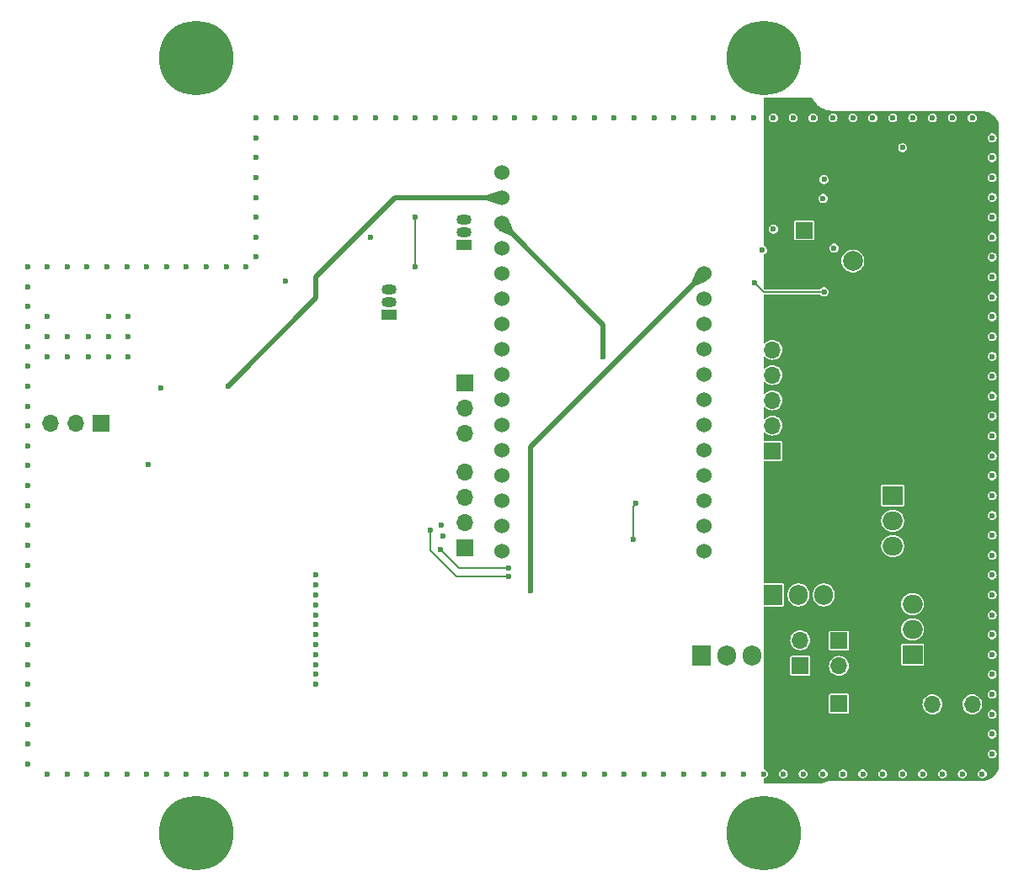
<source format=gbl>
G04 #@! TF.GenerationSoftware,KiCad,Pcbnew,8.0.1*
G04 #@! TF.CreationDate,2024-10-28T21:29:32-04:00*
G04 #@! TF.ProjectId,GHOUL-CloudCruiser,47484f55-4c2d-4436-9c6f-756443727569,rev?*
G04 #@! TF.SameCoordinates,Original*
G04 #@! TF.FileFunction,Copper,L4,Bot*
G04 #@! TF.FilePolarity,Positive*
%FSLAX46Y46*%
G04 Gerber Fmt 4.6, Leading zero omitted, Abs format (unit mm)*
G04 Created by KiCad (PCBNEW 8.0.1) date 2024-10-28 21:29:32*
%MOMM*%
%LPD*%
G01*
G04 APERTURE LIST*
G04 #@! TA.AperFunction,ComponentPad*
%ADD10C,7.500000*%
G04 #@! TD*
G04 #@! TA.AperFunction,ComponentPad*
%ADD11R,1.700000X1.700000*%
G04 #@! TD*
G04 #@! TA.AperFunction,ComponentPad*
%ADD12O,1.700000X1.700000*%
G04 #@! TD*
G04 #@! TA.AperFunction,ComponentPad*
%ADD13R,1.905000X2.000000*%
G04 #@! TD*
G04 #@! TA.AperFunction,ComponentPad*
%ADD14O,1.905000X2.000000*%
G04 #@! TD*
G04 #@! TA.AperFunction,ComponentPad*
%ADD15C,2.000000*%
G04 #@! TD*
G04 #@! TA.AperFunction,ComponentPad*
%ADD16R,1.500000X1.050000*%
G04 #@! TD*
G04 #@! TA.AperFunction,ComponentPad*
%ADD17O,1.500000X1.050000*%
G04 #@! TD*
G04 #@! TA.AperFunction,HeatsinkPad*
%ADD18C,0.500000*%
G04 #@! TD*
G04 #@! TA.AperFunction,HeatsinkPad*
%ADD19R,1.680000X1.680000*%
G04 #@! TD*
G04 #@! TA.AperFunction,ComponentPad*
%ADD20C,1.524000*%
G04 #@! TD*
G04 #@! TA.AperFunction,ComponentPad*
%ADD21R,2.000000X1.905000*%
G04 #@! TD*
G04 #@! TA.AperFunction,ComponentPad*
%ADD22O,2.000000X1.905000*%
G04 #@! TD*
G04 #@! TA.AperFunction,ViaPad*
%ADD23C,0.600000*%
G04 #@! TD*
G04 #@! TA.AperFunction,Conductor*
%ADD24C,0.500000*%
G04 #@! TD*
G04 #@! TA.AperFunction,Conductor*
%ADD25C,0.200000*%
G04 #@! TD*
G04 APERTURE END LIST*
D10*
X175000000Y-55000000D03*
X175000000Y-133000000D03*
X118000000Y-133000000D03*
X118000000Y-55000000D03*
D11*
X182600000Y-119925000D03*
D12*
X182600000Y-122465000D03*
D13*
X168786676Y-115125802D03*
D14*
X171326676Y-115125802D03*
X173866676Y-115125802D03*
D15*
X184000000Y-75400000D03*
D16*
X144860000Y-73770000D03*
D17*
X144860000Y-72500000D03*
X144860000Y-71230000D03*
D11*
X145000000Y-104290000D03*
D12*
X145000000Y-101750000D03*
X145000000Y-99210000D03*
X145000000Y-96670000D03*
D11*
X108400000Y-91750000D03*
D12*
X105860000Y-91750000D03*
X103320000Y-91750000D03*
D11*
X182600000Y-113600000D03*
D12*
X182600000Y-116140000D03*
D16*
X137360000Y-80770000D03*
D17*
X137360000Y-79500000D03*
X137360000Y-78230000D03*
D11*
X196000000Y-122540000D03*
D12*
X196000000Y-120000000D03*
D11*
X145000000Y-87670000D03*
D12*
X145000000Y-90210000D03*
X145000000Y-92750000D03*
D18*
X178510000Y-72902500D03*
X179690000Y-72902500D03*
D19*
X179100000Y-72312500D03*
D18*
X178510000Y-71722500D03*
X179690000Y-71722500D03*
D11*
X192000000Y-122540000D03*
D12*
X192000000Y-120000000D03*
D11*
X175900000Y-94500000D03*
D12*
X175900000Y-91960000D03*
X175900000Y-89420000D03*
X175900000Y-86880000D03*
X175900000Y-84340000D03*
D20*
X148680000Y-66510000D03*
X148680000Y-69050000D03*
X148680000Y-71590000D03*
X148680000Y-74130000D03*
X148680000Y-76670000D03*
X148680000Y-79210000D03*
X148680000Y-81750000D03*
X148680000Y-84290000D03*
X148680000Y-86830000D03*
X148680000Y-89370000D03*
X148680000Y-91910000D03*
X148680000Y-94450000D03*
X148680000Y-96990000D03*
X148680000Y-99530000D03*
X148680000Y-102070000D03*
X148680000Y-104610000D03*
X169000000Y-104610000D03*
X169000000Y-102070000D03*
X169000000Y-99530000D03*
X169000000Y-96990000D03*
X169000000Y-94450000D03*
X169000000Y-91910000D03*
X169000000Y-89370000D03*
X169000000Y-86830000D03*
X169000000Y-84290000D03*
X169000000Y-81750000D03*
X169000000Y-79210000D03*
X169000000Y-76670000D03*
D13*
X176000000Y-109000000D03*
D14*
X178540000Y-109000000D03*
X181080000Y-109000000D03*
D11*
X178700000Y-116100000D03*
D12*
X178700000Y-113560000D03*
D21*
X190000000Y-115000000D03*
D22*
X190000000Y-112460000D03*
X190000000Y-109920000D03*
D21*
X188000000Y-99000000D03*
D22*
X188000000Y-101540000D03*
X188000000Y-104080000D03*
D23*
X198000000Y-67000000D03*
X198000000Y-105000000D03*
X125000000Y-127000000D03*
X130000000Y-107000000D03*
X138000000Y-61000000D03*
X187000000Y-127000000D03*
X111150000Y-85000000D03*
X198000000Y-121000000D03*
X194000000Y-61000000D03*
X184000000Y-61000000D03*
X124000000Y-65000000D03*
X119000000Y-76000000D03*
X105000000Y-127000000D03*
X159000000Y-127000000D03*
X196000000Y-61000000D03*
X135500000Y-73000000D03*
X198000000Y-93000000D03*
X124000000Y-71000000D03*
X103000000Y-85000000D03*
X152000000Y-61000000D03*
X130000000Y-117000000D03*
X173000000Y-127000000D03*
X111150000Y-81000000D03*
X101000000Y-102000000D03*
X157000000Y-127000000D03*
X130000000Y-116000000D03*
X101000000Y-98000000D03*
X175000000Y-127000000D03*
X114450000Y-88200000D03*
X103000000Y-81000000D03*
X171000000Y-127000000D03*
X113000000Y-76000000D03*
X124000000Y-69000000D03*
X130000000Y-111000000D03*
X162000000Y-61000000D03*
X189000000Y-127000000D03*
X147000000Y-127000000D03*
X130000000Y-115000000D03*
X101000000Y-112000000D03*
X198000000Y-71000000D03*
X139000000Y-127000000D03*
X198000000Y-125000000D03*
X192000000Y-61000000D03*
X178000000Y-61000000D03*
X158000000Y-61000000D03*
X177000000Y-127000000D03*
X153000000Y-127000000D03*
X198000000Y-101000000D03*
X124000000Y-73000000D03*
X130000000Y-110000000D03*
X103000000Y-76000000D03*
X101000000Y-76000000D03*
X198000000Y-87000000D03*
X109000000Y-127000000D03*
X113000000Y-127000000D03*
X198000000Y-99000000D03*
X191000000Y-127000000D03*
X103000000Y-127000000D03*
X182100000Y-74100000D03*
X155000000Y-127000000D03*
X101000000Y-110000000D03*
X142000000Y-61000000D03*
X180000000Y-61000000D03*
X149000000Y-127000000D03*
X101000000Y-84000000D03*
X168000000Y-61000000D03*
X101000000Y-92000000D03*
X189000000Y-64000000D03*
X130000000Y-113000000D03*
X198000000Y-65000000D03*
X166000000Y-61000000D03*
X142600000Y-102000000D03*
X150000000Y-61000000D03*
X148000000Y-61000000D03*
X109150000Y-83000000D03*
X198000000Y-69000000D03*
X109150000Y-81000000D03*
X124000000Y-61000000D03*
X127000000Y-127000000D03*
X130000000Y-61000000D03*
X151000000Y-127000000D03*
X121000000Y-76000000D03*
X179000000Y-127000000D03*
X198000000Y-83000000D03*
X140000000Y-61000000D03*
X186000000Y-61000000D03*
X198000000Y-73000000D03*
X117000000Y-76000000D03*
X174900000Y-74300000D03*
X188000000Y-61000000D03*
X154000000Y-61000000D03*
X101000000Y-108000000D03*
X107000000Y-76000000D03*
X130000000Y-114000000D03*
X130000000Y-118000000D03*
X198000000Y-63000000D03*
X195000000Y-127000000D03*
X165000000Y-127000000D03*
X142800000Y-103100000D03*
X101000000Y-122000000D03*
X128000000Y-61000000D03*
X146000000Y-61000000D03*
X101000000Y-78000000D03*
X198000000Y-75000000D03*
X198000000Y-109000000D03*
X198000000Y-85000000D03*
X198000000Y-119000000D03*
X145000000Y-127000000D03*
X130000000Y-112000000D03*
X134000000Y-61000000D03*
X107150000Y-83000000D03*
X107150000Y-85000000D03*
X109150000Y-85000000D03*
X123000000Y-76000000D03*
X115000000Y-76000000D03*
X198000000Y-97000000D03*
X182000000Y-61000000D03*
X117000000Y-127000000D03*
X129000000Y-127000000D03*
X198000000Y-113000000D03*
X161000000Y-127000000D03*
X190000000Y-61000000D03*
X181000000Y-69100000D03*
X163000000Y-127000000D03*
X101000000Y-124000000D03*
X101000000Y-100000000D03*
X141000000Y-127000000D03*
X119000000Y-127000000D03*
X198000000Y-111000000D03*
X176000000Y-72200000D03*
X136000000Y-61000000D03*
X133000000Y-127000000D03*
X198000000Y-95000000D03*
X101000000Y-94000000D03*
X111150000Y-83000000D03*
X105000000Y-85000000D03*
X126000000Y-61000000D03*
X105000000Y-76000000D03*
X101000000Y-80000000D03*
X101000000Y-114000000D03*
X103000000Y-83000000D03*
X101000000Y-120000000D03*
X101000000Y-104000000D03*
X172000000Y-61000000D03*
X101000000Y-126000000D03*
X124000000Y-67000000D03*
X198000000Y-107000000D03*
X101000000Y-88000000D03*
X101000000Y-118000000D03*
X111000000Y-76000000D03*
X198000000Y-103000000D03*
X198000000Y-123000000D03*
X132000000Y-61000000D03*
X160000000Y-61000000D03*
X121000000Y-127000000D03*
X109000000Y-76000000D03*
X107000000Y-127000000D03*
X130000000Y-109000000D03*
X156000000Y-61000000D03*
X198000000Y-117000000D03*
X164000000Y-61000000D03*
X135000000Y-127000000D03*
X198000000Y-79000000D03*
X174000000Y-61000000D03*
X105000000Y-83000000D03*
X176000000Y-61000000D03*
X131000000Y-127000000D03*
X144000000Y-61000000D03*
X101000000Y-96000000D03*
X185000000Y-127000000D03*
X130000000Y-108000000D03*
X170000000Y-61000000D03*
X101000000Y-116000000D03*
X198000000Y-89000000D03*
X193000000Y-127000000D03*
X113150000Y-95900000D03*
X181100000Y-67200000D03*
X169000000Y-127000000D03*
X126950000Y-77400000D03*
X101000000Y-106000000D03*
X198000000Y-81000000D03*
X183000000Y-127000000D03*
X137000000Y-127000000D03*
X198000000Y-115000000D03*
X124000000Y-63000000D03*
X181000000Y-127000000D03*
X167000000Y-127000000D03*
X198000000Y-91000000D03*
X124000000Y-75000000D03*
X115000000Y-127000000D03*
X111000000Y-127000000D03*
X101000000Y-86000000D03*
X197000000Y-127000000D03*
X143000000Y-127000000D03*
X101000000Y-82000000D03*
X101000000Y-90000000D03*
X198000000Y-77000000D03*
X123000000Y-127000000D03*
X161900000Y-103400000D03*
X121150000Y-88000000D03*
X130000000Y-79000000D03*
X140000000Y-76000000D03*
X162200000Y-99800000D03*
X140000000Y-71000000D03*
X158900000Y-85000000D03*
X176000000Y-69000000D03*
X178000000Y-65000000D03*
X176000000Y-67000000D03*
X181100000Y-78500000D03*
X151600000Y-108600000D03*
X174100000Y-77600000D03*
X149400000Y-107100000D03*
X141500000Y-102500000D03*
X149400000Y-106300000D03*
X142500000Y-104400000D03*
D24*
X148680000Y-71590000D02*
X158900000Y-81810000D01*
D25*
X161900000Y-100100000D02*
X162200000Y-99800000D01*
X140000000Y-76000000D02*
X140000000Y-71000000D01*
X161900000Y-103400000D02*
X161900000Y-100100000D01*
D24*
X130000000Y-77000000D02*
X130000000Y-79000000D01*
X130000000Y-79150000D02*
X121150000Y-88000000D01*
X137950000Y-69050000D02*
X148680000Y-69050000D01*
X158900000Y-81810000D02*
X158900000Y-85000000D01*
X130000000Y-77000000D02*
X137950000Y-69050000D01*
X130000000Y-79000000D02*
X130000000Y-79150000D01*
X151600000Y-108600000D02*
X151600000Y-94070000D01*
X151600000Y-94070000D02*
X169000000Y-76670000D01*
D25*
X175000000Y-78500000D02*
X174100000Y-77600000D01*
X181100000Y-78500000D02*
X175000000Y-78500000D01*
X141500000Y-104500000D02*
X144100000Y-107100000D01*
X141500000Y-102500000D02*
X141500000Y-104500000D01*
X144100000Y-107100000D02*
X149400000Y-107100000D01*
X149400000Y-106300000D02*
X144400000Y-106300000D01*
X144400000Y-106300000D02*
X142500000Y-104400000D01*
G04 #@! TA.AperFunction,Conductor*
G36*
X148386804Y-68350241D02*
G01*
X148392705Y-68356374D01*
X148679133Y-69045510D01*
X148679144Y-69054464D01*
X148679133Y-69054490D01*
X148392705Y-69743625D01*
X148386365Y-69749950D01*
X148377857Y-69750114D01*
X147163656Y-69302820D01*
X147157077Y-69296744D01*
X147156000Y-69291841D01*
X147156000Y-68808158D01*
X147159427Y-68799885D01*
X147163653Y-68797180D01*
X148377859Y-68349885D01*
X148386804Y-68350241D01*
G37*
G04 #@! TD.AperFunction*
G04 #@! TA.AperFunction,Conductor*
G36*
X179925088Y-59018907D02*
G01*
X179954557Y-59052992D01*
X180027679Y-59192315D01*
X180027680Y-59192316D01*
X180185763Y-59421340D01*
X180185768Y-59421346D01*
X180185774Y-59421355D01*
X180370327Y-59629673D01*
X180578645Y-59814226D01*
X180578655Y-59814233D01*
X180578659Y-59814236D01*
X180807683Y-59972319D01*
X180807684Y-59972320D01*
X180807686Y-59972321D01*
X180807689Y-59972323D01*
X181054120Y-60101660D01*
X181314343Y-60200350D01*
X181449454Y-60233652D01*
X181584560Y-60266953D01*
X181584562Y-60266953D01*
X181584565Y-60266954D01*
X181860845Y-60300500D01*
X181960438Y-60300500D01*
X196952405Y-60300500D01*
X196996462Y-60300500D01*
X197003523Y-60300751D01*
X197234806Y-60317293D01*
X197248787Y-60319304D01*
X197471881Y-60367836D01*
X197485433Y-60371815D01*
X197622649Y-60422992D01*
X197699366Y-60451606D01*
X197712205Y-60457469D01*
X197912607Y-60566898D01*
X197924483Y-60574530D01*
X198107263Y-60711357D01*
X198117939Y-60720607D01*
X198279392Y-60882060D01*
X198288642Y-60892736D01*
X198425467Y-61075513D01*
X198433103Y-61087395D01*
X198542526Y-61287786D01*
X198548394Y-61300636D01*
X198628184Y-61514566D01*
X198632163Y-61528118D01*
X198680695Y-61751212D01*
X198682706Y-61765193D01*
X198699248Y-61996475D01*
X198699500Y-62003538D01*
X198699500Y-125996461D01*
X198699248Y-126003524D01*
X198682706Y-126234806D01*
X198680695Y-126248787D01*
X198632163Y-126471881D01*
X198628184Y-126485433D01*
X198548394Y-126699363D01*
X198542526Y-126712213D01*
X198433103Y-126912604D01*
X198425467Y-126924486D01*
X198288642Y-127107263D01*
X198279392Y-127117939D01*
X198117939Y-127279392D01*
X198107263Y-127288642D01*
X197924486Y-127425467D01*
X197912604Y-127433103D01*
X197712213Y-127542526D01*
X197699363Y-127548394D01*
X197485433Y-127628184D01*
X197471881Y-127632163D01*
X197248787Y-127680695D01*
X197234806Y-127682706D01*
X197031124Y-127697274D01*
X197003522Y-127699248D01*
X196996462Y-127699500D01*
X182047595Y-127699500D01*
X182000000Y-127699500D01*
X181860845Y-127699500D01*
X181860840Y-127699500D01*
X181860833Y-127699501D01*
X181584575Y-127733044D01*
X181584560Y-127733046D01*
X181314348Y-127799648D01*
X181314343Y-127799650D01*
X181054120Y-127898340D01*
X180896448Y-127981093D01*
X180882030Y-127988660D01*
X180836022Y-128000000D01*
X175099000Y-128000000D01*
X175040809Y-127981093D01*
X175004845Y-127931593D01*
X175000000Y-127901000D01*
X175000000Y-127543629D01*
X175018907Y-127485438D01*
X175068407Y-127449474D01*
X175071087Y-127448645D01*
X175189069Y-127414004D01*
X175298049Y-127343967D01*
X175382882Y-127246063D01*
X175436697Y-127128226D01*
X175455133Y-127000002D01*
X176544867Y-127000002D01*
X176563302Y-127128225D01*
X176592570Y-127192311D01*
X176617118Y-127246063D01*
X176701951Y-127343967D01*
X176701952Y-127343968D01*
X176810926Y-127414001D01*
X176810931Y-127414004D01*
X176935228Y-127450500D01*
X176935230Y-127450500D01*
X177064770Y-127450500D01*
X177064772Y-127450500D01*
X177189069Y-127414004D01*
X177298049Y-127343967D01*
X177382882Y-127246063D01*
X177436697Y-127128226D01*
X177455133Y-127000002D01*
X178544867Y-127000002D01*
X178563302Y-127128225D01*
X178592570Y-127192311D01*
X178617118Y-127246063D01*
X178701951Y-127343967D01*
X178701952Y-127343968D01*
X178810926Y-127414001D01*
X178810931Y-127414004D01*
X178935228Y-127450500D01*
X178935230Y-127450500D01*
X179064770Y-127450500D01*
X179064772Y-127450500D01*
X179189069Y-127414004D01*
X179298049Y-127343967D01*
X179382882Y-127246063D01*
X179436697Y-127128226D01*
X179455133Y-127000002D01*
X180544867Y-127000002D01*
X180563302Y-127128225D01*
X180592570Y-127192311D01*
X180617118Y-127246063D01*
X180701951Y-127343967D01*
X180701952Y-127343968D01*
X180810926Y-127414001D01*
X180810931Y-127414004D01*
X180935228Y-127450500D01*
X180935230Y-127450500D01*
X181064770Y-127450500D01*
X181064772Y-127450500D01*
X181189069Y-127414004D01*
X181298049Y-127343967D01*
X181382882Y-127246063D01*
X181436697Y-127128226D01*
X181455133Y-127000002D01*
X182544867Y-127000002D01*
X182563302Y-127128225D01*
X182592570Y-127192311D01*
X182617118Y-127246063D01*
X182701951Y-127343967D01*
X182701952Y-127343968D01*
X182810926Y-127414001D01*
X182810931Y-127414004D01*
X182935228Y-127450500D01*
X182935230Y-127450500D01*
X183064770Y-127450500D01*
X183064772Y-127450500D01*
X183189069Y-127414004D01*
X183298049Y-127343967D01*
X183382882Y-127246063D01*
X183436697Y-127128226D01*
X183455133Y-127000002D01*
X184544867Y-127000002D01*
X184563302Y-127128225D01*
X184592570Y-127192311D01*
X184617118Y-127246063D01*
X184701951Y-127343967D01*
X184701952Y-127343968D01*
X184810926Y-127414001D01*
X184810931Y-127414004D01*
X184935228Y-127450500D01*
X184935230Y-127450500D01*
X185064770Y-127450500D01*
X185064772Y-127450500D01*
X185189069Y-127414004D01*
X185298049Y-127343967D01*
X185382882Y-127246063D01*
X185436697Y-127128226D01*
X185455133Y-127000002D01*
X186544867Y-127000002D01*
X186563302Y-127128225D01*
X186592570Y-127192311D01*
X186617118Y-127246063D01*
X186701951Y-127343967D01*
X186701952Y-127343968D01*
X186810926Y-127414001D01*
X186810931Y-127414004D01*
X186935228Y-127450500D01*
X186935230Y-127450500D01*
X187064770Y-127450500D01*
X187064772Y-127450500D01*
X187189069Y-127414004D01*
X187298049Y-127343967D01*
X187382882Y-127246063D01*
X187436697Y-127128226D01*
X187455133Y-127000002D01*
X188544867Y-127000002D01*
X188563302Y-127128225D01*
X188592570Y-127192311D01*
X188617118Y-127246063D01*
X188701951Y-127343967D01*
X188701952Y-127343968D01*
X188810926Y-127414001D01*
X188810931Y-127414004D01*
X188935228Y-127450500D01*
X188935230Y-127450500D01*
X189064770Y-127450500D01*
X189064772Y-127450500D01*
X189189069Y-127414004D01*
X189298049Y-127343967D01*
X189382882Y-127246063D01*
X189436697Y-127128226D01*
X189455133Y-127000002D01*
X190544867Y-127000002D01*
X190563302Y-127128225D01*
X190592570Y-127192311D01*
X190617118Y-127246063D01*
X190701951Y-127343967D01*
X190701952Y-127343968D01*
X190810926Y-127414001D01*
X190810931Y-127414004D01*
X190935228Y-127450500D01*
X190935230Y-127450500D01*
X191064770Y-127450500D01*
X191064772Y-127450500D01*
X191189069Y-127414004D01*
X191298049Y-127343967D01*
X191382882Y-127246063D01*
X191436697Y-127128226D01*
X191455133Y-127000002D01*
X192544867Y-127000002D01*
X192563302Y-127128225D01*
X192592570Y-127192311D01*
X192617118Y-127246063D01*
X192701951Y-127343967D01*
X192701952Y-127343968D01*
X192810926Y-127414001D01*
X192810931Y-127414004D01*
X192935228Y-127450500D01*
X192935230Y-127450500D01*
X193064770Y-127450500D01*
X193064772Y-127450500D01*
X193189069Y-127414004D01*
X193298049Y-127343967D01*
X193382882Y-127246063D01*
X193436697Y-127128226D01*
X193455133Y-127000002D01*
X194544867Y-127000002D01*
X194563302Y-127128225D01*
X194592570Y-127192311D01*
X194617118Y-127246063D01*
X194701951Y-127343967D01*
X194701952Y-127343968D01*
X194810926Y-127414001D01*
X194810931Y-127414004D01*
X194935228Y-127450500D01*
X194935230Y-127450500D01*
X195064770Y-127450500D01*
X195064772Y-127450500D01*
X195189069Y-127414004D01*
X195298049Y-127343967D01*
X195382882Y-127246063D01*
X195436697Y-127128226D01*
X195455133Y-127000002D01*
X196544867Y-127000002D01*
X196563302Y-127128225D01*
X196592570Y-127192311D01*
X196617118Y-127246063D01*
X196701951Y-127343967D01*
X196701952Y-127343968D01*
X196810926Y-127414001D01*
X196810931Y-127414004D01*
X196935228Y-127450500D01*
X196935230Y-127450500D01*
X197064770Y-127450500D01*
X197064772Y-127450500D01*
X197189069Y-127414004D01*
X197298049Y-127343967D01*
X197382882Y-127246063D01*
X197436697Y-127128226D01*
X197455133Y-127000000D01*
X197442567Y-126912604D01*
X197436697Y-126871774D01*
X197382882Y-126753938D01*
X197382882Y-126753937D01*
X197298049Y-126656033D01*
X197298048Y-126656032D01*
X197298047Y-126656031D01*
X197189073Y-126585998D01*
X197189070Y-126585996D01*
X197189069Y-126585996D01*
X197189066Y-126585995D01*
X197064774Y-126549500D01*
X197064772Y-126549500D01*
X196935228Y-126549500D01*
X196935225Y-126549500D01*
X196810933Y-126585995D01*
X196810926Y-126585998D01*
X196701952Y-126656031D01*
X196617117Y-126753938D01*
X196563302Y-126871774D01*
X196544867Y-126999997D01*
X196544867Y-127000002D01*
X195455133Y-127000002D01*
X195455133Y-127000000D01*
X195442567Y-126912604D01*
X195436697Y-126871774D01*
X195382882Y-126753938D01*
X195382882Y-126753937D01*
X195298049Y-126656033D01*
X195298048Y-126656032D01*
X195298047Y-126656031D01*
X195189073Y-126585998D01*
X195189070Y-126585996D01*
X195189069Y-126585996D01*
X195189066Y-126585995D01*
X195064774Y-126549500D01*
X195064772Y-126549500D01*
X194935228Y-126549500D01*
X194935225Y-126549500D01*
X194810933Y-126585995D01*
X194810926Y-126585998D01*
X194701952Y-126656031D01*
X194617117Y-126753938D01*
X194563302Y-126871774D01*
X194544867Y-126999997D01*
X194544867Y-127000002D01*
X193455133Y-127000002D01*
X193455133Y-127000000D01*
X193442567Y-126912604D01*
X193436697Y-126871774D01*
X193382882Y-126753938D01*
X193382882Y-126753937D01*
X193298049Y-126656033D01*
X193298048Y-126656032D01*
X193298047Y-126656031D01*
X193189073Y-126585998D01*
X193189070Y-126585996D01*
X193189069Y-126585996D01*
X193189066Y-126585995D01*
X193064774Y-126549500D01*
X193064772Y-126549500D01*
X192935228Y-126549500D01*
X192935225Y-126549500D01*
X192810933Y-126585995D01*
X192810926Y-126585998D01*
X192701952Y-126656031D01*
X192617117Y-126753938D01*
X192563302Y-126871774D01*
X192544867Y-126999997D01*
X192544867Y-127000002D01*
X191455133Y-127000002D01*
X191455133Y-127000000D01*
X191442567Y-126912604D01*
X191436697Y-126871774D01*
X191382882Y-126753938D01*
X191382882Y-126753937D01*
X191298049Y-126656033D01*
X191298048Y-126656032D01*
X191298047Y-126656031D01*
X191189073Y-126585998D01*
X191189070Y-126585996D01*
X191189069Y-126585996D01*
X191189066Y-126585995D01*
X191064774Y-126549500D01*
X191064772Y-126549500D01*
X190935228Y-126549500D01*
X190935225Y-126549500D01*
X190810933Y-126585995D01*
X190810926Y-126585998D01*
X190701952Y-126656031D01*
X190617117Y-126753938D01*
X190563302Y-126871774D01*
X190544867Y-126999997D01*
X190544867Y-127000002D01*
X189455133Y-127000002D01*
X189455133Y-127000000D01*
X189442567Y-126912604D01*
X189436697Y-126871774D01*
X189382882Y-126753938D01*
X189382882Y-126753937D01*
X189298049Y-126656033D01*
X189298048Y-126656032D01*
X189298047Y-126656031D01*
X189189073Y-126585998D01*
X189189070Y-126585996D01*
X189189069Y-126585996D01*
X189189066Y-126585995D01*
X189064774Y-126549500D01*
X189064772Y-126549500D01*
X188935228Y-126549500D01*
X188935225Y-126549500D01*
X188810933Y-126585995D01*
X188810926Y-126585998D01*
X188701952Y-126656031D01*
X188617117Y-126753938D01*
X188563302Y-126871774D01*
X188544867Y-126999997D01*
X188544867Y-127000002D01*
X187455133Y-127000002D01*
X187455133Y-127000000D01*
X187442567Y-126912604D01*
X187436697Y-126871774D01*
X187382882Y-126753938D01*
X187382882Y-126753937D01*
X187298049Y-126656033D01*
X187298048Y-126656032D01*
X187298047Y-126656031D01*
X187189073Y-126585998D01*
X187189070Y-126585996D01*
X187189069Y-126585996D01*
X187189066Y-126585995D01*
X187064774Y-126549500D01*
X187064772Y-126549500D01*
X186935228Y-126549500D01*
X186935225Y-126549500D01*
X186810933Y-126585995D01*
X186810926Y-126585998D01*
X186701952Y-126656031D01*
X186617117Y-126753938D01*
X186563302Y-126871774D01*
X186544867Y-126999997D01*
X186544867Y-127000002D01*
X185455133Y-127000002D01*
X185455133Y-127000000D01*
X185442567Y-126912604D01*
X185436697Y-126871774D01*
X185382882Y-126753938D01*
X185382882Y-126753937D01*
X185298049Y-126656033D01*
X185298048Y-126656032D01*
X185298047Y-126656031D01*
X185189073Y-126585998D01*
X185189070Y-126585996D01*
X185189069Y-126585996D01*
X185189066Y-126585995D01*
X185064774Y-126549500D01*
X185064772Y-126549500D01*
X184935228Y-126549500D01*
X184935225Y-126549500D01*
X184810933Y-126585995D01*
X184810926Y-126585998D01*
X184701952Y-126656031D01*
X184617117Y-126753938D01*
X184563302Y-126871774D01*
X184544867Y-126999997D01*
X184544867Y-127000002D01*
X183455133Y-127000002D01*
X183455133Y-127000000D01*
X183442567Y-126912604D01*
X183436697Y-126871774D01*
X183382882Y-126753938D01*
X183382882Y-126753937D01*
X183298049Y-126656033D01*
X183298048Y-126656032D01*
X183298047Y-126656031D01*
X183189073Y-126585998D01*
X183189070Y-126585996D01*
X183189069Y-126585996D01*
X183189066Y-126585995D01*
X183064774Y-126549500D01*
X183064772Y-126549500D01*
X182935228Y-126549500D01*
X182935225Y-126549500D01*
X182810933Y-126585995D01*
X182810926Y-126585998D01*
X182701952Y-126656031D01*
X182617117Y-126753938D01*
X182563302Y-126871774D01*
X182544867Y-126999997D01*
X182544867Y-127000002D01*
X181455133Y-127000002D01*
X181455133Y-127000000D01*
X181442567Y-126912604D01*
X181436697Y-126871774D01*
X181382882Y-126753938D01*
X181382882Y-126753937D01*
X181298049Y-126656033D01*
X181298048Y-126656032D01*
X181298047Y-126656031D01*
X181189073Y-126585998D01*
X181189070Y-126585996D01*
X181189069Y-126585996D01*
X181189066Y-126585995D01*
X181064774Y-126549500D01*
X181064772Y-126549500D01*
X180935228Y-126549500D01*
X180935225Y-126549500D01*
X180810933Y-126585995D01*
X180810926Y-126585998D01*
X180701952Y-126656031D01*
X180617117Y-126753938D01*
X180563302Y-126871774D01*
X180544867Y-126999997D01*
X180544867Y-127000002D01*
X179455133Y-127000002D01*
X179455133Y-127000000D01*
X179442567Y-126912604D01*
X179436697Y-126871774D01*
X179382882Y-126753938D01*
X179382882Y-126753937D01*
X179298049Y-126656033D01*
X179298048Y-126656032D01*
X179298047Y-126656031D01*
X179189073Y-126585998D01*
X179189070Y-126585996D01*
X179189069Y-126585996D01*
X179189066Y-126585995D01*
X179064774Y-126549500D01*
X179064772Y-126549500D01*
X178935228Y-126549500D01*
X178935225Y-126549500D01*
X178810933Y-126585995D01*
X178810926Y-126585998D01*
X178701952Y-126656031D01*
X178617117Y-126753938D01*
X178563302Y-126871774D01*
X178544867Y-126999997D01*
X178544867Y-127000002D01*
X177455133Y-127000002D01*
X177455133Y-127000000D01*
X177442567Y-126912604D01*
X177436697Y-126871774D01*
X177382882Y-126753938D01*
X177382882Y-126753937D01*
X177298049Y-126656033D01*
X177298048Y-126656032D01*
X177298047Y-126656031D01*
X177189073Y-126585998D01*
X177189070Y-126585996D01*
X177189069Y-126585996D01*
X177189066Y-126585995D01*
X177064774Y-126549500D01*
X177064772Y-126549500D01*
X176935228Y-126549500D01*
X176935225Y-126549500D01*
X176810933Y-126585995D01*
X176810926Y-126585998D01*
X176701952Y-126656031D01*
X176617117Y-126753938D01*
X176563302Y-126871774D01*
X176544867Y-126999997D01*
X176544867Y-127000002D01*
X175455133Y-127000002D01*
X175455133Y-127000000D01*
X175442567Y-126912604D01*
X175436697Y-126871774D01*
X175382882Y-126753938D01*
X175382882Y-126753937D01*
X175298049Y-126656033D01*
X175298048Y-126656032D01*
X175298047Y-126656031D01*
X175189073Y-126585998D01*
X175189070Y-126585996D01*
X175189069Y-126585996D01*
X175189066Y-126585995D01*
X175071109Y-126551360D01*
X175020602Y-126516824D01*
X175000040Y-126459197D01*
X175000000Y-126456370D01*
X175000000Y-125000002D01*
X197544867Y-125000002D01*
X197563302Y-125128225D01*
X197617117Y-125246061D01*
X197617118Y-125246063D01*
X197701951Y-125343967D01*
X197701952Y-125343968D01*
X197810926Y-125414001D01*
X197810931Y-125414004D01*
X197935228Y-125450500D01*
X197935230Y-125450500D01*
X198064770Y-125450500D01*
X198064772Y-125450500D01*
X198189069Y-125414004D01*
X198298049Y-125343967D01*
X198382882Y-125246063D01*
X198436697Y-125128226D01*
X198455133Y-125000000D01*
X198436697Y-124871774D01*
X198382882Y-124753937D01*
X198298049Y-124656033D01*
X198298048Y-124656032D01*
X198298047Y-124656031D01*
X198189073Y-124585998D01*
X198189070Y-124585996D01*
X198189069Y-124585996D01*
X198189066Y-124585995D01*
X198064774Y-124549500D01*
X198064772Y-124549500D01*
X197935228Y-124549500D01*
X197935225Y-124549500D01*
X197810933Y-124585995D01*
X197810926Y-124585998D01*
X197701952Y-124656031D01*
X197617117Y-124753938D01*
X197563302Y-124871774D01*
X197544867Y-124999997D01*
X197544867Y-125000002D01*
X175000000Y-125000002D01*
X175000000Y-123000002D01*
X197544867Y-123000002D01*
X197563302Y-123128225D01*
X197617117Y-123246061D01*
X197617118Y-123246063D01*
X197701951Y-123343967D01*
X197701952Y-123343968D01*
X197810926Y-123414001D01*
X197810931Y-123414004D01*
X197935228Y-123450500D01*
X197935230Y-123450500D01*
X198064770Y-123450500D01*
X198064772Y-123450500D01*
X198189069Y-123414004D01*
X198298049Y-123343967D01*
X198382882Y-123246063D01*
X198436697Y-123128226D01*
X198455133Y-123000000D01*
X198436697Y-122871774D01*
X198382882Y-122753937D01*
X198298049Y-122656033D01*
X198298048Y-122656032D01*
X198298047Y-122656031D01*
X198189073Y-122585998D01*
X198189070Y-122585996D01*
X198189069Y-122585996D01*
X198189066Y-122585995D01*
X198064774Y-122549500D01*
X198064772Y-122549500D01*
X197935228Y-122549500D01*
X197935225Y-122549500D01*
X197810933Y-122585995D01*
X197810926Y-122585998D01*
X197701952Y-122656031D01*
X197617117Y-122753938D01*
X197563302Y-122871774D01*
X197544867Y-122999997D01*
X197544867Y-123000002D01*
X175000000Y-123000002D01*
X175000000Y-120789827D01*
X181599500Y-120789827D01*
X181608232Y-120833720D01*
X181608233Y-120833722D01*
X181641496Y-120883504D01*
X181691278Y-120916767D01*
X181702327Y-120918964D01*
X181735172Y-120925499D01*
X181735178Y-120925499D01*
X181735180Y-120925500D01*
X181735181Y-120925500D01*
X183464819Y-120925500D01*
X183464820Y-120925500D01*
X183464821Y-120925499D01*
X183464827Y-120925499D01*
X183486623Y-120921162D01*
X183508722Y-120916767D01*
X183558504Y-120883504D01*
X183591767Y-120833722D01*
X183600500Y-120789820D01*
X183600500Y-120000003D01*
X190994659Y-120000003D01*
X191013974Y-120196126D01*
X191013975Y-120196129D01*
X191071187Y-120384730D01*
X191071188Y-120384732D01*
X191142218Y-120517618D01*
X191164090Y-120558538D01*
X191164092Y-120558540D01*
X191164093Y-120558542D01*
X191289112Y-120710878D01*
X191289121Y-120710887D01*
X191341578Y-120753937D01*
X191441462Y-120835910D01*
X191530504Y-120883504D01*
X191592734Y-120916767D01*
X191615273Y-120928814D01*
X191803868Y-120986024D01*
X191803870Y-120986024D01*
X191803873Y-120986025D01*
X191999997Y-121005341D01*
X192000000Y-121005341D01*
X192000003Y-121005341D01*
X192196126Y-120986025D01*
X192196127Y-120986024D01*
X192196132Y-120986024D01*
X192384727Y-120928814D01*
X192558538Y-120835910D01*
X192710883Y-120710883D01*
X192835910Y-120558538D01*
X192928814Y-120384727D01*
X192986024Y-120196132D01*
X193005341Y-120000003D01*
X194994659Y-120000003D01*
X195013974Y-120196126D01*
X195013975Y-120196129D01*
X195071187Y-120384730D01*
X195071188Y-120384732D01*
X195142218Y-120517618D01*
X195164090Y-120558538D01*
X195164092Y-120558540D01*
X195164093Y-120558542D01*
X195289112Y-120710878D01*
X195289121Y-120710887D01*
X195341578Y-120753937D01*
X195441462Y-120835910D01*
X195530504Y-120883504D01*
X195592734Y-120916767D01*
X195615273Y-120928814D01*
X195803868Y-120986024D01*
X195803870Y-120986024D01*
X195803873Y-120986025D01*
X195999997Y-121005341D01*
X196000000Y-121005341D01*
X196000003Y-121005341D01*
X196054212Y-121000002D01*
X197544867Y-121000002D01*
X197563302Y-121128225D01*
X197617117Y-121246061D01*
X197617118Y-121246063D01*
X197701951Y-121343967D01*
X197701952Y-121343968D01*
X197810926Y-121414001D01*
X197810931Y-121414004D01*
X197935228Y-121450500D01*
X197935230Y-121450500D01*
X198064770Y-121450500D01*
X198064772Y-121450500D01*
X198189069Y-121414004D01*
X198298049Y-121343967D01*
X198382882Y-121246063D01*
X198436697Y-121128226D01*
X198455133Y-121000000D01*
X198444421Y-120925499D01*
X198436697Y-120871774D01*
X198419318Y-120833720D01*
X198382882Y-120753937D01*
X198298049Y-120656033D01*
X198298048Y-120656032D01*
X198298047Y-120656031D01*
X198189073Y-120585998D01*
X198189070Y-120585996D01*
X198189069Y-120585996D01*
X198189066Y-120585995D01*
X198064774Y-120549500D01*
X198064772Y-120549500D01*
X197935228Y-120549500D01*
X197935225Y-120549500D01*
X197810933Y-120585995D01*
X197810926Y-120585998D01*
X197701952Y-120656031D01*
X197617117Y-120753938D01*
X197563302Y-120871774D01*
X197544867Y-120999997D01*
X197544867Y-121000002D01*
X196054212Y-121000002D01*
X196196126Y-120986025D01*
X196196127Y-120986024D01*
X196196132Y-120986024D01*
X196384727Y-120928814D01*
X196558538Y-120835910D01*
X196710883Y-120710883D01*
X196835910Y-120558538D01*
X196928814Y-120384727D01*
X196986024Y-120196132D01*
X197005341Y-120000000D01*
X197005341Y-119999996D01*
X196986025Y-119803873D01*
X196986024Y-119803870D01*
X196986024Y-119803868D01*
X196928814Y-119615273D01*
X196835910Y-119441462D01*
X196813373Y-119414001D01*
X196710887Y-119289121D01*
X196710878Y-119289112D01*
X196558542Y-119164093D01*
X196558540Y-119164092D01*
X196558538Y-119164090D01*
X196491441Y-119128226D01*
X196384732Y-119071188D01*
X196384730Y-119071187D01*
X196348448Y-119060181D01*
X196196132Y-119013976D01*
X196196129Y-119013975D01*
X196196126Y-119013974D01*
X196054255Y-119000002D01*
X197544867Y-119000002D01*
X197563302Y-119128225D01*
X197579683Y-119164093D01*
X197617118Y-119246063D01*
X197701951Y-119343967D01*
X197701952Y-119343968D01*
X197810926Y-119414001D01*
X197810931Y-119414004D01*
X197935228Y-119450500D01*
X197935230Y-119450500D01*
X198064770Y-119450500D01*
X198064772Y-119450500D01*
X198189069Y-119414004D01*
X198298049Y-119343967D01*
X198382882Y-119246063D01*
X198436697Y-119128226D01*
X198446480Y-119060181D01*
X198455133Y-119000002D01*
X198455133Y-118999997D01*
X198436697Y-118871774D01*
X198382882Y-118753938D01*
X198382882Y-118753937D01*
X198298049Y-118656033D01*
X198298048Y-118656032D01*
X198298047Y-118656031D01*
X198189073Y-118585998D01*
X198189070Y-118585996D01*
X198189069Y-118585996D01*
X198189066Y-118585995D01*
X198064774Y-118549500D01*
X198064772Y-118549500D01*
X197935228Y-118549500D01*
X197935225Y-118549500D01*
X197810933Y-118585995D01*
X197810926Y-118585998D01*
X197701952Y-118656031D01*
X197617117Y-118753938D01*
X197563302Y-118871774D01*
X197544867Y-118999997D01*
X197544867Y-119000002D01*
X196054255Y-119000002D01*
X196000003Y-118994659D01*
X195999997Y-118994659D01*
X195803873Y-119013974D01*
X195803870Y-119013975D01*
X195615269Y-119071187D01*
X195615267Y-119071188D01*
X195441467Y-119164087D01*
X195441457Y-119164093D01*
X195289121Y-119289112D01*
X195289112Y-119289121D01*
X195164093Y-119441457D01*
X195164087Y-119441467D01*
X195071188Y-119615267D01*
X195071187Y-119615269D01*
X195013975Y-119803870D01*
X195013974Y-119803873D01*
X194994659Y-119999996D01*
X194994659Y-120000003D01*
X193005341Y-120000003D01*
X193005341Y-120000000D01*
X193005341Y-119999996D01*
X192986025Y-119803873D01*
X192986024Y-119803870D01*
X192986024Y-119803868D01*
X192928814Y-119615273D01*
X192835910Y-119441462D01*
X192813373Y-119414001D01*
X192710887Y-119289121D01*
X192710878Y-119289112D01*
X192558542Y-119164093D01*
X192558540Y-119164092D01*
X192558538Y-119164090D01*
X192491441Y-119128226D01*
X192384732Y-119071188D01*
X192384730Y-119071187D01*
X192348448Y-119060181D01*
X192196132Y-119013976D01*
X192196129Y-119013975D01*
X192196126Y-119013974D01*
X192000003Y-118994659D01*
X191999997Y-118994659D01*
X191803873Y-119013974D01*
X191803870Y-119013975D01*
X191615269Y-119071187D01*
X191615267Y-119071188D01*
X191441467Y-119164087D01*
X191441457Y-119164093D01*
X191289121Y-119289112D01*
X191289112Y-119289121D01*
X191164093Y-119441457D01*
X191164087Y-119441467D01*
X191071188Y-119615267D01*
X191071187Y-119615269D01*
X191013975Y-119803870D01*
X191013974Y-119803873D01*
X190994659Y-119999996D01*
X190994659Y-120000003D01*
X183600500Y-120000003D01*
X183600500Y-119060180D01*
X183600499Y-119060178D01*
X183600499Y-119060172D01*
X183591767Y-119016279D01*
X183591765Y-119016275D01*
X183558505Y-118966498D01*
X183558504Y-118966496D01*
X183557840Y-118966052D01*
X183508724Y-118933234D01*
X183508720Y-118933232D01*
X183464827Y-118924500D01*
X183464820Y-118924500D01*
X181735180Y-118924500D01*
X181735172Y-118924500D01*
X181691279Y-118933232D01*
X181691275Y-118933234D01*
X181641498Y-118966494D01*
X181641494Y-118966498D01*
X181608234Y-119016275D01*
X181608232Y-119016279D01*
X181599500Y-119060172D01*
X181599500Y-120789827D01*
X175000000Y-120789827D01*
X175000000Y-116964827D01*
X177699500Y-116964827D01*
X177708232Y-117008720D01*
X177708233Y-117008722D01*
X177741496Y-117058504D01*
X177791278Y-117091767D01*
X177802327Y-117093964D01*
X177835172Y-117100499D01*
X177835178Y-117100499D01*
X177835180Y-117100500D01*
X177835181Y-117100500D01*
X179564819Y-117100500D01*
X179564820Y-117100500D01*
X179564821Y-117100499D01*
X179564827Y-117100499D01*
X179586623Y-117096162D01*
X179608722Y-117091767D01*
X179658504Y-117058504D01*
X179691767Y-117008722D01*
X179700500Y-116964820D01*
X179700500Y-116140003D01*
X181594659Y-116140003D01*
X181613974Y-116336126D01*
X181613975Y-116336129D01*
X181671187Y-116524730D01*
X181671188Y-116524732D01*
X181684427Y-116549500D01*
X181764090Y-116698538D01*
X181764092Y-116698540D01*
X181764093Y-116698542D01*
X181889112Y-116850878D01*
X181889121Y-116850887D01*
X182027946Y-116964818D01*
X182041462Y-116975910D01*
X182215273Y-117068814D01*
X182403868Y-117126024D01*
X182403870Y-117126024D01*
X182403873Y-117126025D01*
X182599997Y-117145341D01*
X182600000Y-117145341D01*
X182600003Y-117145341D01*
X182796126Y-117126025D01*
X182796127Y-117126024D01*
X182796132Y-117126024D01*
X182984727Y-117068814D01*
X183113465Y-117000002D01*
X197544867Y-117000002D01*
X197563302Y-117128225D01*
X197571119Y-117145341D01*
X197617118Y-117246063D01*
X197701951Y-117343967D01*
X197701952Y-117343968D01*
X197810926Y-117414001D01*
X197810931Y-117414004D01*
X197935228Y-117450500D01*
X197935230Y-117450500D01*
X198064770Y-117450500D01*
X198064772Y-117450500D01*
X198189069Y-117414004D01*
X198298049Y-117343967D01*
X198382882Y-117246063D01*
X198436697Y-117128226D01*
X198446721Y-117058505D01*
X198455133Y-117000002D01*
X198455133Y-116999997D01*
X198436697Y-116871774D01*
X198382882Y-116753938D01*
X198382882Y-116753937D01*
X198298049Y-116656033D01*
X198298048Y-116656032D01*
X198298047Y-116656031D01*
X198189073Y-116585998D01*
X198189070Y-116585996D01*
X198189069Y-116585996D01*
X198189066Y-116585995D01*
X198064774Y-116549500D01*
X198064772Y-116549500D01*
X197935228Y-116549500D01*
X197935225Y-116549500D01*
X197810933Y-116585995D01*
X197810926Y-116585998D01*
X197701952Y-116656031D01*
X197617117Y-116753938D01*
X197563302Y-116871774D01*
X197544867Y-116999997D01*
X197544867Y-117000002D01*
X183113465Y-117000002D01*
X183158538Y-116975910D01*
X183310883Y-116850883D01*
X183435910Y-116698538D01*
X183528814Y-116524727D01*
X183586024Y-116336132D01*
X183605341Y-116140000D01*
X183605341Y-116139996D01*
X183588335Y-115967327D01*
X188849500Y-115967327D01*
X188858232Y-116011220D01*
X188858233Y-116011222D01*
X188891496Y-116061004D01*
X188941278Y-116094267D01*
X188952327Y-116096464D01*
X188985172Y-116102999D01*
X188985178Y-116102999D01*
X188985180Y-116103000D01*
X188985181Y-116103000D01*
X191014819Y-116103000D01*
X191014820Y-116103000D01*
X191014821Y-116102999D01*
X191014827Y-116102999D01*
X191036623Y-116098662D01*
X191058722Y-116094267D01*
X191108504Y-116061004D01*
X191141767Y-116011222D01*
X191150500Y-115967320D01*
X191150500Y-115000002D01*
X197544867Y-115000002D01*
X197563302Y-115128225D01*
X197601190Y-115211186D01*
X197617118Y-115246063D01*
X197667398Y-115304090D01*
X197701952Y-115343968D01*
X197810926Y-115414001D01*
X197810931Y-115414004D01*
X197935228Y-115450500D01*
X197935230Y-115450500D01*
X198064770Y-115450500D01*
X198064772Y-115450500D01*
X198189069Y-115414004D01*
X198298049Y-115343967D01*
X198382882Y-115246063D01*
X198436697Y-115128226D01*
X198455133Y-115000000D01*
X198436697Y-114871774D01*
X198382882Y-114753937D01*
X198298049Y-114656033D01*
X198298048Y-114656032D01*
X198298047Y-114656031D01*
X198189073Y-114585998D01*
X198189070Y-114585996D01*
X198189069Y-114585996D01*
X198189066Y-114585995D01*
X198064774Y-114549500D01*
X198064772Y-114549500D01*
X197935228Y-114549500D01*
X197935225Y-114549500D01*
X197810933Y-114585995D01*
X197810926Y-114585998D01*
X197701952Y-114656031D01*
X197617117Y-114753938D01*
X197563302Y-114871774D01*
X197544867Y-114999997D01*
X197544867Y-115000002D01*
X191150500Y-115000002D01*
X191150500Y-114032680D01*
X191150499Y-114032678D01*
X191150499Y-114032672D01*
X191141767Y-113988779D01*
X191141765Y-113988775D01*
X191132763Y-113975302D01*
X191108504Y-113938996D01*
X191107840Y-113938552D01*
X191058724Y-113905734D01*
X191058720Y-113905732D01*
X191014827Y-113897000D01*
X191014820Y-113897000D01*
X188985180Y-113897000D01*
X188985172Y-113897000D01*
X188941279Y-113905732D01*
X188941275Y-113905734D01*
X188891498Y-113938994D01*
X188891494Y-113938998D01*
X188858234Y-113988775D01*
X188858232Y-113988779D01*
X188849500Y-114032672D01*
X188849500Y-115967327D01*
X183588335Y-115967327D01*
X183586025Y-115943873D01*
X183586024Y-115943870D01*
X183586024Y-115943868D01*
X183528814Y-115755273D01*
X183435910Y-115581462D01*
X183312912Y-115431589D01*
X183310887Y-115429121D01*
X183310878Y-115429112D01*
X183158542Y-115304093D01*
X183158540Y-115304092D01*
X183158538Y-115304090D01*
X183117618Y-115282218D01*
X182984732Y-115211188D01*
X182984730Y-115211187D01*
X182919099Y-115191278D01*
X182796132Y-115153976D01*
X182796129Y-115153975D01*
X182796126Y-115153974D01*
X182600003Y-115134659D01*
X182599997Y-115134659D01*
X182403873Y-115153974D01*
X182403870Y-115153975D01*
X182215269Y-115211187D01*
X182215267Y-115211188D01*
X182041467Y-115304087D01*
X182041457Y-115304093D01*
X181889121Y-115429112D01*
X181889112Y-115429121D01*
X181764093Y-115581457D01*
X181764087Y-115581467D01*
X181671188Y-115755267D01*
X181671187Y-115755269D01*
X181613975Y-115943870D01*
X181613974Y-115943873D01*
X181594659Y-116139996D01*
X181594659Y-116140003D01*
X179700500Y-116140003D01*
X179700500Y-115235180D01*
X179700499Y-115235178D01*
X179700499Y-115235172D01*
X179691767Y-115191279D01*
X179691765Y-115191275D01*
X179658505Y-115141498D01*
X179658504Y-115141496D01*
X179638644Y-115128226D01*
X179608724Y-115108234D01*
X179608720Y-115108232D01*
X179564827Y-115099500D01*
X179564820Y-115099500D01*
X177835180Y-115099500D01*
X177835172Y-115099500D01*
X177791279Y-115108232D01*
X177791275Y-115108234D01*
X177741498Y-115141494D01*
X177741494Y-115141498D01*
X177708234Y-115191275D01*
X177708232Y-115191279D01*
X177699500Y-115235172D01*
X177699500Y-116964827D01*
X175000000Y-116964827D01*
X175000000Y-113560003D01*
X177694659Y-113560003D01*
X177713974Y-113756126D01*
X177713975Y-113756129D01*
X177771187Y-113944730D01*
X177771188Y-113944732D01*
X177842218Y-114077618D01*
X177864090Y-114118538D01*
X177864092Y-114118540D01*
X177864093Y-114118542D01*
X177989112Y-114270878D01*
X177989121Y-114270887D01*
X178097396Y-114359746D01*
X178141462Y-114395910D01*
X178315273Y-114488814D01*
X178503868Y-114546024D01*
X178503870Y-114546024D01*
X178503873Y-114546025D01*
X178699997Y-114565341D01*
X178700000Y-114565341D01*
X178700003Y-114565341D01*
X178896126Y-114546025D01*
X178896127Y-114546024D01*
X178896132Y-114546024D01*
X179084727Y-114488814D01*
X179129603Y-114464827D01*
X181599500Y-114464827D01*
X181608232Y-114508720D01*
X181608233Y-114508722D01*
X181641496Y-114558504D01*
X181691278Y-114591767D01*
X181702327Y-114593964D01*
X181735172Y-114600499D01*
X181735178Y-114600499D01*
X181735180Y-114600500D01*
X181735181Y-114600500D01*
X183464819Y-114600500D01*
X183464820Y-114600500D01*
X183464821Y-114600499D01*
X183464827Y-114600499D01*
X183486623Y-114596162D01*
X183508722Y-114591767D01*
X183558504Y-114558504D01*
X183591767Y-114508722D01*
X183600500Y-114464820D01*
X183600500Y-112735180D01*
X183600499Y-112735178D01*
X183600499Y-112735172D01*
X183591767Y-112691279D01*
X183591765Y-112691275D01*
X183558505Y-112641498D01*
X183558504Y-112641496D01*
X183543077Y-112631188D01*
X183508724Y-112608234D01*
X183508720Y-112608232D01*
X183464827Y-112599500D01*
X183464820Y-112599500D01*
X181735180Y-112599500D01*
X181735172Y-112599500D01*
X181691279Y-112608232D01*
X181691275Y-112608234D01*
X181641498Y-112641494D01*
X181641494Y-112641498D01*
X181608234Y-112691275D01*
X181608232Y-112691279D01*
X181599500Y-112735172D01*
X181599500Y-114464827D01*
X179129603Y-114464827D01*
X179258538Y-114395910D01*
X179410883Y-114270883D01*
X179535910Y-114118538D01*
X179628814Y-113944727D01*
X179686024Y-113756132D01*
X179705341Y-113560000D01*
X179697678Y-113482190D01*
X179686025Y-113363873D01*
X179686024Y-113363870D01*
X179686024Y-113363868D01*
X179628814Y-113175273D01*
X179535910Y-113001462D01*
X179439023Y-112883405D01*
X179410887Y-112849121D01*
X179410878Y-112849112D01*
X179258542Y-112724093D01*
X179258540Y-112724092D01*
X179258538Y-112724090D01*
X179197146Y-112691275D01*
X179084732Y-112631188D01*
X179084730Y-112631187D01*
X179009061Y-112608233D01*
X178935763Y-112585998D01*
X178896129Y-112573975D01*
X178896126Y-112573974D01*
X178700003Y-112554659D01*
X178699997Y-112554659D01*
X178503873Y-112573974D01*
X178503870Y-112573975D01*
X178315269Y-112631187D01*
X178315267Y-112631188D01*
X178141467Y-112724087D01*
X178141457Y-112724093D01*
X177989121Y-112849112D01*
X177989112Y-112849121D01*
X177864093Y-113001457D01*
X177864087Y-113001467D01*
X177771188Y-113175267D01*
X177771187Y-113175269D01*
X177713975Y-113363870D01*
X177713974Y-113363873D01*
X177694659Y-113559996D01*
X177694659Y-113560003D01*
X175000000Y-113560003D01*
X175000000Y-112546811D01*
X188849500Y-112546811D01*
X188876658Y-112718288D01*
X188919167Y-112849112D01*
X188930310Y-112883405D01*
X188971192Y-112963641D01*
X189009129Y-113038097D01*
X189009131Y-113038101D01*
X189111173Y-113178550D01*
X189111175Y-113178552D01*
X189111178Y-113178556D01*
X189233944Y-113301322D01*
X189233947Y-113301324D01*
X189233949Y-113301326D01*
X189374398Y-113403368D01*
X189374402Y-113403370D01*
X189529095Y-113482190D01*
X189628165Y-113514380D01*
X189694211Y-113535841D01*
X189865689Y-113563000D01*
X189865692Y-113563000D01*
X190134311Y-113563000D01*
X190305788Y-113535841D01*
X190338810Y-113525110D01*
X190470905Y-113482190D01*
X190625598Y-113403370D01*
X190766056Y-113301322D01*
X190888822Y-113178556D01*
X190990870Y-113038098D01*
X191010281Y-113000002D01*
X197544867Y-113000002D01*
X197563302Y-113128225D01*
X197584786Y-113175267D01*
X197617118Y-113246063D01*
X197665003Y-113301326D01*
X197701952Y-113343968D01*
X197732925Y-113363873D01*
X197810931Y-113414004D01*
X197935228Y-113450500D01*
X197935230Y-113450500D01*
X198064770Y-113450500D01*
X198064772Y-113450500D01*
X198189069Y-113414004D01*
X198298049Y-113343967D01*
X198382882Y-113246063D01*
X198436697Y-113128226D01*
X198449655Y-113038101D01*
X198455133Y-113000002D01*
X198455133Y-112999997D01*
X198436697Y-112871774D01*
X198382882Y-112753938D01*
X198382882Y-112753937D01*
X198298049Y-112656033D01*
X198298048Y-112656032D01*
X198298047Y-112656031D01*
X198189073Y-112585998D01*
X198189070Y-112585996D01*
X198189069Y-112585996D01*
X198189066Y-112585995D01*
X198064774Y-112549500D01*
X198064772Y-112549500D01*
X197935228Y-112549500D01*
X197935225Y-112549500D01*
X197810933Y-112585995D01*
X197810926Y-112585998D01*
X197701952Y-112656031D01*
X197617117Y-112753938D01*
X197563302Y-112871774D01*
X197544867Y-112999997D01*
X197544867Y-113000002D01*
X191010281Y-113000002D01*
X191069690Y-112883405D01*
X191117855Y-112735172D01*
X191123341Y-112718288D01*
X191150500Y-112546811D01*
X191150500Y-112373188D01*
X191123341Y-112201711D01*
X191101880Y-112135665D01*
X191069690Y-112036595D01*
X190990870Y-111881902D01*
X190990868Y-111881898D01*
X190888826Y-111741449D01*
X190888824Y-111741447D01*
X190888822Y-111741444D01*
X190766056Y-111618678D01*
X190766052Y-111618675D01*
X190766050Y-111618673D01*
X190625601Y-111516631D01*
X190625597Y-111516629D01*
X190575959Y-111491338D01*
X190470905Y-111437810D01*
X190440441Y-111427911D01*
X190305788Y-111384158D01*
X190134311Y-111357000D01*
X190134308Y-111357000D01*
X189865692Y-111357000D01*
X189865689Y-111357000D01*
X189694211Y-111384158D01*
X189529098Y-111437809D01*
X189529097Y-111437809D01*
X189374402Y-111516629D01*
X189374398Y-111516631D01*
X189233949Y-111618673D01*
X189111173Y-111741449D01*
X189009131Y-111881898D01*
X189009129Y-111881902D01*
X188930309Y-112036597D01*
X188930309Y-112036598D01*
X188876658Y-112201711D01*
X188849500Y-112373188D01*
X188849500Y-112546811D01*
X175000000Y-112546811D01*
X175000000Y-110249500D01*
X175018907Y-110191309D01*
X175068407Y-110155345D01*
X175099000Y-110150500D01*
X176967319Y-110150500D01*
X176967320Y-110150500D01*
X176967321Y-110150499D01*
X176967327Y-110150499D01*
X176989123Y-110146162D01*
X177011222Y-110141767D01*
X177061004Y-110108504D01*
X177094267Y-110058722D01*
X177103000Y-110014820D01*
X177103000Y-109134311D01*
X177437000Y-109134311D01*
X177464158Y-109305788D01*
X177499320Y-109414001D01*
X177517810Y-109470905D01*
X177558692Y-109551141D01*
X177596629Y-109625597D01*
X177596631Y-109625601D01*
X177698673Y-109766050D01*
X177698675Y-109766052D01*
X177698678Y-109766056D01*
X177821444Y-109888822D01*
X177821447Y-109888824D01*
X177821449Y-109888826D01*
X177961898Y-109990868D01*
X177961902Y-109990870D01*
X178116595Y-110069690D01*
X178215665Y-110101880D01*
X178281711Y-110123341D01*
X178453189Y-110150500D01*
X178453192Y-110150500D01*
X178626811Y-110150500D01*
X178798288Y-110123341D01*
X178831310Y-110112610D01*
X178963405Y-110069690D01*
X179118098Y-109990870D01*
X179258556Y-109888822D01*
X179381322Y-109766056D01*
X179483370Y-109625598D01*
X179562190Y-109470905D01*
X179615841Y-109305787D01*
X179625300Y-109246063D01*
X179643000Y-109134311D01*
X179977000Y-109134311D01*
X180004158Y-109305788D01*
X180039320Y-109414001D01*
X180057810Y-109470905D01*
X180098692Y-109551141D01*
X180136629Y-109625597D01*
X180136631Y-109625601D01*
X180238673Y-109766050D01*
X180238675Y-109766052D01*
X180238678Y-109766056D01*
X180361444Y-109888822D01*
X180361447Y-109888824D01*
X180361449Y-109888826D01*
X180501898Y-109990868D01*
X180501902Y-109990870D01*
X180656595Y-110069690D01*
X180755665Y-110101880D01*
X180821711Y-110123341D01*
X180993189Y-110150500D01*
X180993192Y-110150500D01*
X181166811Y-110150500D01*
X181338288Y-110123341D01*
X181371310Y-110112610D01*
X181503405Y-110069690D01*
X181626812Y-110006811D01*
X188849500Y-110006811D01*
X188876658Y-110178288D01*
X188920411Y-110312941D01*
X188930310Y-110343405D01*
X188971192Y-110423641D01*
X189009129Y-110498097D01*
X189009131Y-110498101D01*
X189111173Y-110638550D01*
X189111175Y-110638552D01*
X189111178Y-110638556D01*
X189233944Y-110761322D01*
X189233947Y-110761324D01*
X189233949Y-110761326D01*
X189374398Y-110863368D01*
X189374402Y-110863370D01*
X189529095Y-110942190D01*
X189628165Y-110974380D01*
X189694211Y-110995841D01*
X189865689Y-111023000D01*
X189865692Y-111023000D01*
X190134311Y-111023000D01*
X190279516Y-111000002D01*
X197544867Y-111000002D01*
X197563302Y-111128225D01*
X197617117Y-111246061D01*
X197617118Y-111246063D01*
X197701951Y-111343967D01*
X197701952Y-111343968D01*
X197764491Y-111384159D01*
X197810931Y-111414004D01*
X197935228Y-111450500D01*
X197935230Y-111450500D01*
X198064770Y-111450500D01*
X198064772Y-111450500D01*
X198189069Y-111414004D01*
X198298049Y-111343967D01*
X198382882Y-111246063D01*
X198436697Y-111128226D01*
X198455133Y-111000000D01*
X198436697Y-110871774D01*
X198382882Y-110753937D01*
X198298049Y-110656033D01*
X198298048Y-110656032D01*
X198298047Y-110656031D01*
X198189073Y-110585998D01*
X198189070Y-110585996D01*
X198189069Y-110585996D01*
X198189066Y-110585995D01*
X198064774Y-110549500D01*
X198064772Y-110549500D01*
X197935228Y-110549500D01*
X197935225Y-110549500D01*
X197810933Y-110585995D01*
X197810926Y-110585998D01*
X197701952Y-110656031D01*
X197617117Y-110753938D01*
X197563302Y-110871774D01*
X197544867Y-110999997D01*
X197544867Y-111000002D01*
X190279516Y-111000002D01*
X190305788Y-110995841D01*
X190338810Y-110985110D01*
X190470905Y-110942190D01*
X190625598Y-110863370D01*
X190766056Y-110761322D01*
X190888822Y-110638556D01*
X190990870Y-110498098D01*
X191069690Y-110343405D01*
X191123341Y-110178287D01*
X191129125Y-110141767D01*
X191150500Y-110006811D01*
X191150500Y-109833188D01*
X191123341Y-109661711D01*
X191101880Y-109595665D01*
X191069690Y-109496595D01*
X190990870Y-109341902D01*
X190990868Y-109341898D01*
X190888826Y-109201449D01*
X190888824Y-109201447D01*
X190888822Y-109201444D01*
X190766056Y-109078678D01*
X190766052Y-109078675D01*
X190766050Y-109078673D01*
X190657768Y-109000002D01*
X197544867Y-109000002D01*
X197563302Y-109128225D01*
X197596741Y-109201444D01*
X197617118Y-109246063D01*
X197700158Y-109341898D01*
X197701952Y-109343968D01*
X197810926Y-109414001D01*
X197810931Y-109414004D01*
X197935228Y-109450500D01*
X197935230Y-109450500D01*
X198064770Y-109450500D01*
X198064772Y-109450500D01*
X198189069Y-109414004D01*
X198298049Y-109343967D01*
X198382882Y-109246063D01*
X198436697Y-109128226D01*
X198455133Y-109000000D01*
X198436697Y-108871774D01*
X198382882Y-108753937D01*
X198298049Y-108656033D01*
X198298048Y-108656032D01*
X198298047Y-108656031D01*
X198189073Y-108585998D01*
X198189070Y-108585996D01*
X198189069Y-108585996D01*
X198189066Y-108585995D01*
X198064774Y-108549500D01*
X198064772Y-108549500D01*
X197935228Y-108549500D01*
X197935225Y-108549500D01*
X197810933Y-108585995D01*
X197810926Y-108585998D01*
X197701952Y-108656031D01*
X197617117Y-108753938D01*
X197563302Y-108871774D01*
X197544867Y-108999997D01*
X197544867Y-109000002D01*
X190657768Y-109000002D01*
X190625601Y-108976631D01*
X190625597Y-108976629D01*
X190575959Y-108951338D01*
X190470905Y-108897810D01*
X190440441Y-108887911D01*
X190305788Y-108844158D01*
X190134311Y-108817000D01*
X190134308Y-108817000D01*
X189865692Y-108817000D01*
X189865689Y-108817000D01*
X189694211Y-108844158D01*
X189529098Y-108897809D01*
X189529097Y-108897809D01*
X189374402Y-108976629D01*
X189374398Y-108976631D01*
X189233949Y-109078673D01*
X189111173Y-109201449D01*
X189009131Y-109341898D01*
X189009129Y-109341902D01*
X188930309Y-109496597D01*
X188930309Y-109496598D01*
X188876658Y-109661711D01*
X188849500Y-109833188D01*
X188849500Y-110006811D01*
X181626812Y-110006811D01*
X181658098Y-109990870D01*
X181798556Y-109888822D01*
X181921322Y-109766056D01*
X182023370Y-109625598D01*
X182102190Y-109470905D01*
X182155841Y-109305787D01*
X182165300Y-109246063D01*
X182183000Y-109134311D01*
X182183000Y-108865688D01*
X182155841Y-108694211D01*
X182120679Y-108585998D01*
X182102190Y-108529095D01*
X182023370Y-108374402D01*
X182023368Y-108374398D01*
X181921326Y-108233949D01*
X181921324Y-108233947D01*
X181921322Y-108233944D01*
X181798556Y-108111178D01*
X181798552Y-108111175D01*
X181798550Y-108111173D01*
X181658101Y-108009131D01*
X181658097Y-108009129D01*
X181608459Y-107983838D01*
X181503405Y-107930310D01*
X181472941Y-107920411D01*
X181338288Y-107876658D01*
X181166811Y-107849500D01*
X181166808Y-107849500D01*
X180993192Y-107849500D01*
X180993189Y-107849500D01*
X180821711Y-107876658D01*
X180656598Y-107930309D01*
X180656597Y-107930309D01*
X180501902Y-108009129D01*
X180501898Y-108009131D01*
X180361449Y-108111173D01*
X180238673Y-108233949D01*
X180136631Y-108374398D01*
X180136629Y-108374402D01*
X180057809Y-108529097D01*
X180057809Y-108529098D01*
X180004158Y-108694211D01*
X179977000Y-108865688D01*
X179977000Y-109134311D01*
X179643000Y-109134311D01*
X179643000Y-108865688D01*
X179615841Y-108694211D01*
X179580679Y-108585998D01*
X179562190Y-108529095D01*
X179483370Y-108374402D01*
X179483368Y-108374398D01*
X179381326Y-108233949D01*
X179381324Y-108233947D01*
X179381322Y-108233944D01*
X179258556Y-108111178D01*
X179258552Y-108111175D01*
X179258550Y-108111173D01*
X179118101Y-108009131D01*
X179118097Y-108009129D01*
X179068459Y-107983838D01*
X178963405Y-107930310D01*
X178932941Y-107920411D01*
X178798288Y-107876658D01*
X178626811Y-107849500D01*
X178626808Y-107849500D01*
X178453192Y-107849500D01*
X178453189Y-107849500D01*
X178281711Y-107876658D01*
X178116598Y-107930309D01*
X178116597Y-107930309D01*
X177961902Y-108009129D01*
X177961898Y-108009131D01*
X177821449Y-108111173D01*
X177698673Y-108233949D01*
X177596631Y-108374398D01*
X177596629Y-108374402D01*
X177517809Y-108529097D01*
X177517809Y-108529098D01*
X177464158Y-108694211D01*
X177437000Y-108865688D01*
X177437000Y-109134311D01*
X177103000Y-109134311D01*
X177103000Y-107985180D01*
X177102999Y-107985178D01*
X177102999Y-107985172D01*
X177094267Y-107941279D01*
X177094265Y-107941275D01*
X177061005Y-107891498D01*
X177061004Y-107891496D01*
X177038797Y-107876658D01*
X177011224Y-107858234D01*
X177011220Y-107858232D01*
X176967327Y-107849500D01*
X176967320Y-107849500D01*
X175099000Y-107849500D01*
X175040809Y-107830593D01*
X175004845Y-107781093D01*
X175000000Y-107750500D01*
X175000000Y-107000002D01*
X197544867Y-107000002D01*
X197563302Y-107128225D01*
X197617117Y-107246061D01*
X197617118Y-107246063D01*
X197701951Y-107343967D01*
X197701952Y-107343968D01*
X197810926Y-107414001D01*
X197810931Y-107414004D01*
X197935228Y-107450500D01*
X197935230Y-107450500D01*
X198064770Y-107450500D01*
X198064772Y-107450500D01*
X198189069Y-107414004D01*
X198298049Y-107343967D01*
X198382882Y-107246063D01*
X198436697Y-107128226D01*
X198455133Y-107000000D01*
X198436697Y-106871774D01*
X198382882Y-106753937D01*
X198298049Y-106656033D01*
X198298048Y-106656032D01*
X198298047Y-106656031D01*
X198189073Y-106585998D01*
X198189070Y-106585996D01*
X198189069Y-106585996D01*
X198189066Y-106585995D01*
X198064774Y-106549500D01*
X198064772Y-106549500D01*
X197935228Y-106549500D01*
X197935225Y-106549500D01*
X197810933Y-106585995D01*
X197810926Y-106585998D01*
X197701952Y-106656031D01*
X197617117Y-106753938D01*
X197563302Y-106871774D01*
X197544867Y-106999997D01*
X197544867Y-107000002D01*
X175000000Y-107000002D01*
X175000000Y-104166811D01*
X186849500Y-104166811D01*
X186876658Y-104338288D01*
X186920411Y-104472941D01*
X186930310Y-104503405D01*
X186953797Y-104549500D01*
X187009129Y-104658097D01*
X187009131Y-104658101D01*
X187111173Y-104798550D01*
X187111175Y-104798552D01*
X187111178Y-104798556D01*
X187233944Y-104921322D01*
X187233947Y-104921324D01*
X187233949Y-104921326D01*
X187374398Y-105023368D01*
X187374402Y-105023370D01*
X187529095Y-105102190D01*
X187628165Y-105134380D01*
X187694211Y-105155841D01*
X187865689Y-105183000D01*
X187865692Y-105183000D01*
X188134311Y-105183000D01*
X188305788Y-105155841D01*
X188338810Y-105145110D01*
X188470905Y-105102190D01*
X188625598Y-105023370D01*
X188657762Y-105000002D01*
X197544867Y-105000002D01*
X197563302Y-105128225D01*
X197617117Y-105246061D01*
X197617118Y-105246063D01*
X197701951Y-105343967D01*
X197701952Y-105343968D01*
X197810926Y-105414001D01*
X197810931Y-105414004D01*
X197935228Y-105450500D01*
X197935230Y-105450500D01*
X198064770Y-105450500D01*
X198064772Y-105450500D01*
X198189069Y-105414004D01*
X198298049Y-105343967D01*
X198382882Y-105246063D01*
X198436697Y-105128226D01*
X198455133Y-105000000D01*
X198443821Y-104921326D01*
X198436697Y-104871774D01*
X198382882Y-104753938D01*
X198382882Y-104753937D01*
X198298049Y-104656033D01*
X198298048Y-104656032D01*
X198298047Y-104656031D01*
X198189073Y-104585998D01*
X198189070Y-104585996D01*
X198189069Y-104585996D01*
X198189066Y-104585995D01*
X198064774Y-104549500D01*
X198064772Y-104549500D01*
X197935228Y-104549500D01*
X197935225Y-104549500D01*
X197810933Y-104585995D01*
X197810926Y-104585998D01*
X197701952Y-104656031D01*
X197617117Y-104753938D01*
X197563302Y-104871774D01*
X197544867Y-104999997D01*
X197544867Y-105000002D01*
X188657762Y-105000002D01*
X188766056Y-104921322D01*
X188888822Y-104798556D01*
X188990870Y-104658098D01*
X189069690Y-104503405D01*
X189123341Y-104338287D01*
X189150500Y-104166808D01*
X189150500Y-103993192D01*
X189150500Y-103993188D01*
X189123341Y-103821711D01*
X189101880Y-103755665D01*
X189069690Y-103656595D01*
X188990870Y-103501902D01*
X188990868Y-103501898D01*
X188888826Y-103361449D01*
X188888824Y-103361447D01*
X188888822Y-103361444D01*
X188766056Y-103238678D01*
X188766052Y-103238675D01*
X188766050Y-103238673D01*
X188625601Y-103136631D01*
X188625597Y-103136629D01*
X188575959Y-103111338D01*
X188470905Y-103057810D01*
X188440441Y-103047911D01*
X188305788Y-103004158D01*
X188279547Y-103000002D01*
X197544867Y-103000002D01*
X197563302Y-103128225D01*
X197567141Y-103136630D01*
X197617118Y-103246063D01*
X197701951Y-103343967D01*
X197701952Y-103343968D01*
X197810926Y-103414001D01*
X197810931Y-103414004D01*
X197935228Y-103450500D01*
X197935230Y-103450500D01*
X198064770Y-103450500D01*
X198064772Y-103450500D01*
X198189069Y-103414004D01*
X198298049Y-103343967D01*
X198382882Y-103246063D01*
X198436697Y-103128226D01*
X198455133Y-103000000D01*
X198436697Y-102871774D01*
X198382882Y-102753937D01*
X198298049Y-102656033D01*
X198298048Y-102656032D01*
X198298047Y-102656031D01*
X198189073Y-102585998D01*
X198189070Y-102585996D01*
X198189069Y-102585996D01*
X198189066Y-102585995D01*
X198064774Y-102549500D01*
X198064772Y-102549500D01*
X197935228Y-102549500D01*
X197935225Y-102549500D01*
X197810933Y-102585995D01*
X197810926Y-102585998D01*
X197701952Y-102656031D01*
X197617117Y-102753938D01*
X197563302Y-102871774D01*
X197544867Y-102999997D01*
X197544867Y-103000002D01*
X188279547Y-103000002D01*
X188134311Y-102977000D01*
X188134308Y-102977000D01*
X187865692Y-102977000D01*
X187865689Y-102977000D01*
X187694211Y-103004158D01*
X187529098Y-103057809D01*
X187529097Y-103057809D01*
X187374402Y-103136629D01*
X187374398Y-103136631D01*
X187233949Y-103238673D01*
X187111173Y-103361449D01*
X187009131Y-103501898D01*
X187009129Y-103501902D01*
X186930309Y-103656597D01*
X186930309Y-103656598D01*
X186876658Y-103821711D01*
X186849500Y-103993188D01*
X186849500Y-104166811D01*
X175000000Y-104166811D01*
X175000000Y-101626811D01*
X186849500Y-101626811D01*
X186876658Y-101798288D01*
X186920411Y-101932941D01*
X186930310Y-101963405D01*
X186971192Y-102043641D01*
X187009129Y-102118097D01*
X187009131Y-102118101D01*
X187111173Y-102258550D01*
X187111175Y-102258552D01*
X187111178Y-102258556D01*
X187233944Y-102381322D01*
X187233947Y-102381324D01*
X187233949Y-102381326D01*
X187374398Y-102483368D01*
X187374402Y-102483370D01*
X187529095Y-102562190D01*
X187628165Y-102594380D01*
X187694211Y-102615841D01*
X187865689Y-102643000D01*
X187865692Y-102643000D01*
X188134311Y-102643000D01*
X188305788Y-102615841D01*
X188338810Y-102605110D01*
X188470905Y-102562190D01*
X188625598Y-102483370D01*
X188766056Y-102381322D01*
X188888822Y-102258556D01*
X188990870Y-102118098D01*
X189069690Y-101963405D01*
X189123341Y-101798287D01*
X189150500Y-101626808D01*
X189150500Y-101453192D01*
X189150500Y-101453188D01*
X189123341Y-101281711D01*
X189101880Y-101215665D01*
X189069690Y-101116595D01*
X189010283Y-101000002D01*
X197544867Y-101000002D01*
X197563302Y-101128225D01*
X197617117Y-101246061D01*
X197617118Y-101246063D01*
X197701951Y-101343967D01*
X197701952Y-101343968D01*
X197810926Y-101414001D01*
X197810931Y-101414004D01*
X197935228Y-101450500D01*
X197935230Y-101450500D01*
X198064770Y-101450500D01*
X198064772Y-101450500D01*
X198189069Y-101414004D01*
X198298049Y-101343967D01*
X198382882Y-101246063D01*
X198436697Y-101128226D01*
X198455133Y-101000000D01*
X198449655Y-100961902D01*
X198436697Y-100871774D01*
X198382882Y-100753938D01*
X198382882Y-100753937D01*
X198298049Y-100656033D01*
X198298048Y-100656032D01*
X198298047Y-100656031D01*
X198189073Y-100585998D01*
X198189070Y-100585996D01*
X198189069Y-100585996D01*
X198189066Y-100585995D01*
X198064774Y-100549500D01*
X198064772Y-100549500D01*
X197935228Y-100549500D01*
X197935225Y-100549500D01*
X197810933Y-100585995D01*
X197810926Y-100585998D01*
X197701952Y-100656031D01*
X197617117Y-100753938D01*
X197563302Y-100871774D01*
X197544867Y-100999997D01*
X197544867Y-101000002D01*
X189010283Y-101000002D01*
X188990870Y-100961902D01*
X188990868Y-100961898D01*
X188888826Y-100821449D01*
X188888824Y-100821447D01*
X188888822Y-100821444D01*
X188766056Y-100698678D01*
X188766052Y-100698675D01*
X188766050Y-100698673D01*
X188625601Y-100596631D01*
X188625597Y-100596629D01*
X188575959Y-100571338D01*
X188470905Y-100517810D01*
X188440441Y-100507911D01*
X188305788Y-100464158D01*
X188134311Y-100437000D01*
X188134308Y-100437000D01*
X187865692Y-100437000D01*
X187865689Y-100437000D01*
X187694211Y-100464158D01*
X187529098Y-100517809D01*
X187529097Y-100517809D01*
X187374402Y-100596629D01*
X187374398Y-100596631D01*
X187233949Y-100698673D01*
X187111173Y-100821449D01*
X187009131Y-100961898D01*
X187009129Y-100961902D01*
X186930309Y-101116597D01*
X186930309Y-101116598D01*
X186876658Y-101281711D01*
X186849500Y-101453188D01*
X186849500Y-101626811D01*
X175000000Y-101626811D01*
X175000000Y-99967327D01*
X186849500Y-99967327D01*
X186858232Y-100011220D01*
X186858233Y-100011222D01*
X186891496Y-100061004D01*
X186941278Y-100094267D01*
X186952327Y-100096464D01*
X186985172Y-100102999D01*
X186985178Y-100102999D01*
X186985180Y-100103000D01*
X186985181Y-100103000D01*
X189014819Y-100103000D01*
X189014820Y-100103000D01*
X189014821Y-100102999D01*
X189014827Y-100102999D01*
X189036623Y-100098662D01*
X189058722Y-100094267D01*
X189108504Y-100061004D01*
X189141767Y-100011222D01*
X189150500Y-99967320D01*
X189150500Y-99000002D01*
X197544867Y-99000002D01*
X197563302Y-99128225D01*
X197617117Y-99246061D01*
X197617118Y-99246063D01*
X197701951Y-99343967D01*
X197701952Y-99343968D01*
X197810926Y-99414001D01*
X197810931Y-99414004D01*
X197935228Y-99450500D01*
X197935230Y-99450500D01*
X198064770Y-99450500D01*
X198064772Y-99450500D01*
X198189069Y-99414004D01*
X198298049Y-99343967D01*
X198382882Y-99246063D01*
X198436697Y-99128226D01*
X198455133Y-99000000D01*
X198436697Y-98871774D01*
X198382882Y-98753937D01*
X198298049Y-98656033D01*
X198298048Y-98656032D01*
X198298047Y-98656031D01*
X198189073Y-98585998D01*
X198189070Y-98585996D01*
X198189069Y-98585996D01*
X198189066Y-98585995D01*
X198064774Y-98549500D01*
X198064772Y-98549500D01*
X197935228Y-98549500D01*
X197935225Y-98549500D01*
X197810933Y-98585995D01*
X197810926Y-98585998D01*
X197701952Y-98656031D01*
X197617117Y-98753938D01*
X197563302Y-98871774D01*
X197544867Y-98999997D01*
X197544867Y-99000002D01*
X189150500Y-99000002D01*
X189150500Y-98032680D01*
X189150499Y-98032678D01*
X189150499Y-98032672D01*
X189141767Y-97988779D01*
X189141765Y-97988775D01*
X189108505Y-97938998D01*
X189108504Y-97938996D01*
X189107840Y-97938552D01*
X189058724Y-97905734D01*
X189058720Y-97905732D01*
X189014827Y-97897000D01*
X189014820Y-97897000D01*
X186985180Y-97897000D01*
X186985172Y-97897000D01*
X186941279Y-97905732D01*
X186941275Y-97905734D01*
X186891498Y-97938994D01*
X186891494Y-97938998D01*
X186858234Y-97988775D01*
X186858232Y-97988779D01*
X186849500Y-98032672D01*
X186849500Y-99967327D01*
X175000000Y-99967327D01*
X175000000Y-97000002D01*
X197544867Y-97000002D01*
X197563302Y-97128225D01*
X197617117Y-97246061D01*
X197617118Y-97246063D01*
X197701951Y-97343967D01*
X197701952Y-97343968D01*
X197810926Y-97414001D01*
X197810931Y-97414004D01*
X197935228Y-97450500D01*
X197935230Y-97450500D01*
X198064770Y-97450500D01*
X198064772Y-97450500D01*
X198189069Y-97414004D01*
X198298049Y-97343967D01*
X198382882Y-97246063D01*
X198436697Y-97128226D01*
X198455133Y-97000000D01*
X198436697Y-96871774D01*
X198382882Y-96753937D01*
X198298049Y-96656033D01*
X198298048Y-96656032D01*
X198298047Y-96656031D01*
X198189073Y-96585998D01*
X198189070Y-96585996D01*
X198189069Y-96585996D01*
X198189066Y-96585995D01*
X198064774Y-96549500D01*
X198064772Y-96549500D01*
X197935228Y-96549500D01*
X197935225Y-96549500D01*
X197810933Y-96585995D01*
X197810926Y-96585998D01*
X197701952Y-96656031D01*
X197617117Y-96753938D01*
X197563302Y-96871774D01*
X197544867Y-96999997D01*
X197544867Y-97000002D01*
X175000000Y-97000002D01*
X175000000Y-95599500D01*
X175018907Y-95541309D01*
X175068407Y-95505345D01*
X175099000Y-95500500D01*
X176764819Y-95500500D01*
X176764820Y-95500500D01*
X176764821Y-95500499D01*
X176764827Y-95500499D01*
X176786623Y-95496162D01*
X176808722Y-95491767D01*
X176858504Y-95458504D01*
X176891767Y-95408722D01*
X176900500Y-95364820D01*
X176900500Y-95000002D01*
X197544867Y-95000002D01*
X197563302Y-95128225D01*
X197617117Y-95246061D01*
X197617118Y-95246063D01*
X197701951Y-95343967D01*
X197701952Y-95343968D01*
X197802709Y-95408720D01*
X197810931Y-95414004D01*
X197935228Y-95450500D01*
X197935230Y-95450500D01*
X198064770Y-95450500D01*
X198064772Y-95450500D01*
X198189069Y-95414004D01*
X198298049Y-95343967D01*
X198382882Y-95246063D01*
X198436697Y-95128226D01*
X198455133Y-95000000D01*
X198436697Y-94871774D01*
X198382882Y-94753937D01*
X198298049Y-94656033D01*
X198298048Y-94656032D01*
X198298047Y-94656031D01*
X198189073Y-94585998D01*
X198189070Y-94585996D01*
X198189069Y-94585996D01*
X198189066Y-94585995D01*
X198064774Y-94549500D01*
X198064772Y-94549500D01*
X197935228Y-94549500D01*
X197935225Y-94549500D01*
X197810933Y-94585995D01*
X197810926Y-94585998D01*
X197701952Y-94656031D01*
X197617117Y-94753938D01*
X197563302Y-94871774D01*
X197544867Y-94999997D01*
X197544867Y-95000002D01*
X176900500Y-95000002D01*
X176900500Y-93635180D01*
X176900499Y-93635178D01*
X176900499Y-93635172D01*
X176891767Y-93591279D01*
X176891765Y-93591275D01*
X176858505Y-93541498D01*
X176858504Y-93541496D01*
X176857840Y-93541052D01*
X176808724Y-93508234D01*
X176808720Y-93508232D01*
X176764827Y-93499500D01*
X176764820Y-93499500D01*
X175099000Y-93499500D01*
X175040809Y-93480593D01*
X175004845Y-93431093D01*
X175000000Y-93400500D01*
X175000000Y-93000002D01*
X197544867Y-93000002D01*
X197563302Y-93128225D01*
X197617117Y-93246061D01*
X197617118Y-93246063D01*
X197701951Y-93343967D01*
X197701952Y-93343968D01*
X197789918Y-93400500D01*
X197810931Y-93414004D01*
X197935228Y-93450500D01*
X197935230Y-93450500D01*
X198064770Y-93450500D01*
X198064772Y-93450500D01*
X198189069Y-93414004D01*
X198298049Y-93343967D01*
X198382882Y-93246063D01*
X198436697Y-93128226D01*
X198455133Y-93000000D01*
X198447372Y-92946024D01*
X198436697Y-92871774D01*
X198382882Y-92753937D01*
X198298049Y-92656033D01*
X198298048Y-92656032D01*
X198298047Y-92656031D01*
X198189073Y-92585998D01*
X198189070Y-92585996D01*
X198189069Y-92585996D01*
X198189066Y-92585995D01*
X198064774Y-92549500D01*
X198064772Y-92549500D01*
X197935228Y-92549500D01*
X197935225Y-92549500D01*
X197810933Y-92585995D01*
X197810926Y-92585998D01*
X197701952Y-92656031D01*
X197617117Y-92753938D01*
X197563302Y-92871774D01*
X197544867Y-92999997D01*
X197544867Y-93000002D01*
X175000000Y-93000002D01*
X175000000Y-92717130D01*
X175018907Y-92658939D01*
X175068407Y-92622975D01*
X175129593Y-92622975D01*
X175175529Y-92654326D01*
X175189114Y-92670880D01*
X175189121Y-92670887D01*
X175290318Y-92753937D01*
X175341462Y-92795910D01*
X175515273Y-92888814D01*
X175703868Y-92946024D01*
X175703870Y-92946024D01*
X175703873Y-92946025D01*
X175899997Y-92965341D01*
X175900000Y-92965341D01*
X175900003Y-92965341D01*
X176096126Y-92946025D01*
X176096127Y-92946024D01*
X176096132Y-92946024D01*
X176284727Y-92888814D01*
X176458538Y-92795910D01*
X176610883Y-92670883D01*
X176735910Y-92518538D01*
X176828814Y-92344727D01*
X176886024Y-92156132D01*
X176905341Y-91960000D01*
X176905341Y-91959996D01*
X176886025Y-91763873D01*
X176886024Y-91763870D01*
X176886024Y-91763868D01*
X176828814Y-91575273D01*
X176735910Y-91401462D01*
X176648587Y-91295059D01*
X176610887Y-91249121D01*
X176610878Y-91249112D01*
X176458542Y-91124093D01*
X176458540Y-91124092D01*
X176458538Y-91124090D01*
X176417618Y-91102218D01*
X176284732Y-91031188D01*
X176284730Y-91031187D01*
X176181928Y-91000002D01*
X197544867Y-91000002D01*
X197563302Y-91128225D01*
X197617117Y-91246061D01*
X197617118Y-91246063D01*
X197634112Y-91265675D01*
X197701952Y-91343968D01*
X197791407Y-91401457D01*
X197810931Y-91414004D01*
X197935228Y-91450500D01*
X197935230Y-91450500D01*
X198064770Y-91450500D01*
X198064772Y-91450500D01*
X198189069Y-91414004D01*
X198298049Y-91343967D01*
X198382882Y-91246063D01*
X198436697Y-91128226D01*
X198455133Y-91000000D01*
X198451391Y-90973976D01*
X198436697Y-90871774D01*
X198382882Y-90753938D01*
X198382882Y-90753937D01*
X198298049Y-90656033D01*
X198298048Y-90656032D01*
X198298047Y-90656031D01*
X198189073Y-90585998D01*
X198189070Y-90585996D01*
X198189069Y-90585996D01*
X198189066Y-90585995D01*
X198064774Y-90549500D01*
X198064772Y-90549500D01*
X197935228Y-90549500D01*
X197935225Y-90549500D01*
X197810933Y-90585995D01*
X197810926Y-90585998D01*
X197701952Y-90656031D01*
X197617117Y-90753938D01*
X197563302Y-90871774D01*
X197544867Y-90999997D01*
X197544867Y-91000002D01*
X176181928Y-91000002D01*
X176096129Y-90973975D01*
X176096126Y-90973974D01*
X175900003Y-90954659D01*
X175899997Y-90954659D01*
X175703873Y-90973974D01*
X175703870Y-90973975D01*
X175515269Y-91031187D01*
X175515267Y-91031188D01*
X175341467Y-91124087D01*
X175341457Y-91124093D01*
X175189121Y-91249112D01*
X175189117Y-91249116D01*
X175175528Y-91265675D01*
X175123996Y-91298662D01*
X175062917Y-91295059D01*
X175015620Y-91256243D01*
X175000000Y-91202869D01*
X175000000Y-90177130D01*
X175018907Y-90118939D01*
X175068407Y-90082975D01*
X175129593Y-90082975D01*
X175175529Y-90114326D01*
X175189114Y-90130880D01*
X175189121Y-90130887D01*
X175341457Y-90255906D01*
X175341462Y-90255910D01*
X175515273Y-90348814D01*
X175703868Y-90406024D01*
X175703870Y-90406024D01*
X175703873Y-90406025D01*
X175899997Y-90425341D01*
X175900000Y-90425341D01*
X175900003Y-90425341D01*
X176096126Y-90406025D01*
X176096127Y-90406024D01*
X176096132Y-90406024D01*
X176284727Y-90348814D01*
X176458538Y-90255910D01*
X176610883Y-90130883D01*
X176735910Y-89978538D01*
X176828814Y-89804727D01*
X176886024Y-89616132D01*
X176905341Y-89420000D01*
X176905341Y-89419996D01*
X176886025Y-89223873D01*
X176886024Y-89223870D01*
X176886024Y-89223868D01*
X176828814Y-89035273D01*
X176809961Y-89000002D01*
X197544867Y-89000002D01*
X197563302Y-89128225D01*
X197606982Y-89223868D01*
X197617118Y-89246063D01*
X197701951Y-89343967D01*
X197701952Y-89343968D01*
X197810926Y-89414001D01*
X197810931Y-89414004D01*
X197935228Y-89450500D01*
X197935230Y-89450500D01*
X198064770Y-89450500D01*
X198064772Y-89450500D01*
X198189069Y-89414004D01*
X198298049Y-89343967D01*
X198382882Y-89246063D01*
X198436697Y-89128226D01*
X198450062Y-89035269D01*
X198455133Y-89000002D01*
X198455133Y-88999997D01*
X198436697Y-88871774D01*
X198431985Y-88861457D01*
X198382882Y-88753937D01*
X198298049Y-88656033D01*
X198298048Y-88656032D01*
X198298047Y-88656031D01*
X198189073Y-88585998D01*
X198189070Y-88585996D01*
X198189069Y-88585996D01*
X198182578Y-88584090D01*
X198064774Y-88549500D01*
X198064772Y-88549500D01*
X197935228Y-88549500D01*
X197935225Y-88549500D01*
X197810933Y-88585995D01*
X197810926Y-88585998D01*
X197701952Y-88656031D01*
X197617117Y-88753938D01*
X197563302Y-88871774D01*
X197544867Y-88999997D01*
X197544867Y-89000002D01*
X176809961Y-89000002D01*
X176735910Y-88861462D01*
X176647667Y-88753938D01*
X176610887Y-88709121D01*
X176610878Y-88709112D01*
X176458542Y-88584093D01*
X176458540Y-88584092D01*
X176458538Y-88584090D01*
X176393825Y-88549500D01*
X176284732Y-88491188D01*
X176284730Y-88491187D01*
X176096129Y-88433975D01*
X176096126Y-88433974D01*
X175900003Y-88414659D01*
X175899997Y-88414659D01*
X175703873Y-88433974D01*
X175703870Y-88433975D01*
X175515269Y-88491187D01*
X175515267Y-88491188D01*
X175341467Y-88584087D01*
X175341457Y-88584093D01*
X175189121Y-88709112D01*
X175189117Y-88709116D01*
X175175528Y-88725675D01*
X175123996Y-88758662D01*
X175062917Y-88755059D01*
X175015620Y-88716243D01*
X175000000Y-88662869D01*
X175000000Y-87637130D01*
X175018907Y-87578939D01*
X175068407Y-87542975D01*
X175129593Y-87542975D01*
X175175529Y-87574326D01*
X175189114Y-87590880D01*
X175189121Y-87590887D01*
X175341457Y-87715906D01*
X175341462Y-87715910D01*
X175515273Y-87808814D01*
X175703868Y-87866024D01*
X175703870Y-87866024D01*
X175703873Y-87866025D01*
X175899997Y-87885341D01*
X175900000Y-87885341D01*
X175900003Y-87885341D01*
X176096126Y-87866025D01*
X176096127Y-87866024D01*
X176096132Y-87866024D01*
X176284727Y-87808814D01*
X176458538Y-87715910D01*
X176610883Y-87590883D01*
X176735910Y-87438538D01*
X176828814Y-87264727D01*
X176886024Y-87076132D01*
X176893523Y-87000002D01*
X197544867Y-87000002D01*
X197563302Y-87128225D01*
X197617117Y-87246061D01*
X197617118Y-87246063D01*
X197633293Y-87264730D01*
X197701952Y-87343968D01*
X197810926Y-87414001D01*
X197810931Y-87414004D01*
X197935228Y-87450500D01*
X197935230Y-87450500D01*
X198064770Y-87450500D01*
X198064772Y-87450500D01*
X198189069Y-87414004D01*
X198298049Y-87343967D01*
X198382882Y-87246063D01*
X198436697Y-87128226D01*
X198455133Y-87000000D01*
X198436697Y-86871774D01*
X198382882Y-86753937D01*
X198298049Y-86656033D01*
X198298048Y-86656032D01*
X198298047Y-86656031D01*
X198189073Y-86585998D01*
X198189070Y-86585996D01*
X198189069Y-86585996D01*
X198189066Y-86585995D01*
X198064774Y-86549500D01*
X198064772Y-86549500D01*
X197935228Y-86549500D01*
X197935225Y-86549500D01*
X197810933Y-86585995D01*
X197810926Y-86585998D01*
X197701952Y-86656031D01*
X197617117Y-86753938D01*
X197563302Y-86871774D01*
X197544867Y-86999997D01*
X197544867Y-87000002D01*
X176893523Y-87000002D01*
X176893523Y-87000000D01*
X176905341Y-86880003D01*
X176905341Y-86879996D01*
X176886025Y-86683873D01*
X176886024Y-86683870D01*
X176886024Y-86683868D01*
X176828814Y-86495273D01*
X176735910Y-86321462D01*
X176648587Y-86215059D01*
X176610887Y-86169121D01*
X176610878Y-86169112D01*
X176458542Y-86044093D01*
X176458540Y-86044092D01*
X176458538Y-86044090D01*
X176417618Y-86022218D01*
X176284732Y-85951188D01*
X176284730Y-85951187D01*
X176096129Y-85893975D01*
X176096126Y-85893974D01*
X175900003Y-85874659D01*
X175899997Y-85874659D01*
X175703873Y-85893974D01*
X175703870Y-85893975D01*
X175515269Y-85951187D01*
X175515267Y-85951188D01*
X175341467Y-86044087D01*
X175341457Y-86044093D01*
X175189121Y-86169112D01*
X175189117Y-86169116D01*
X175175528Y-86185675D01*
X175123996Y-86218662D01*
X175062917Y-86215059D01*
X175015620Y-86176243D01*
X175000000Y-86122869D01*
X175000000Y-85097130D01*
X175018907Y-85038939D01*
X175068407Y-85002975D01*
X175129593Y-85002975D01*
X175175529Y-85034326D01*
X175189114Y-85050880D01*
X175189121Y-85050887D01*
X175283358Y-85128225D01*
X175341462Y-85175910D01*
X175515273Y-85268814D01*
X175703868Y-85326024D01*
X175703870Y-85326024D01*
X175703873Y-85326025D01*
X175899997Y-85345341D01*
X175900000Y-85345341D01*
X175900003Y-85345341D01*
X176096126Y-85326025D01*
X176096127Y-85326024D01*
X176096132Y-85326024D01*
X176284727Y-85268814D01*
X176458538Y-85175910D01*
X176610883Y-85050883D01*
X176652640Y-85000002D01*
X197544867Y-85000002D01*
X197563302Y-85128225D01*
X197617117Y-85246061D01*
X197617118Y-85246063D01*
X197701951Y-85343967D01*
X197701952Y-85343968D01*
X197810926Y-85414001D01*
X197810931Y-85414004D01*
X197935228Y-85450500D01*
X197935230Y-85450500D01*
X198064770Y-85450500D01*
X198064772Y-85450500D01*
X198189069Y-85414004D01*
X198298049Y-85343967D01*
X198382882Y-85246063D01*
X198436697Y-85128226D01*
X198447818Y-85050878D01*
X198455133Y-85000002D01*
X198455133Y-84999997D01*
X198436697Y-84871774D01*
X198382882Y-84753938D01*
X198382882Y-84753937D01*
X198298049Y-84656033D01*
X198298048Y-84656032D01*
X198298047Y-84656031D01*
X198189073Y-84585998D01*
X198189070Y-84585996D01*
X198189069Y-84585996D01*
X198189066Y-84585995D01*
X198064774Y-84549500D01*
X198064772Y-84549500D01*
X197935228Y-84549500D01*
X197935225Y-84549500D01*
X197810933Y-84585995D01*
X197810926Y-84585998D01*
X197701952Y-84656031D01*
X197617117Y-84753938D01*
X197563302Y-84871774D01*
X197544867Y-84999997D01*
X197544867Y-85000002D01*
X176652640Y-85000002D01*
X176735910Y-84898538D01*
X176828814Y-84724727D01*
X176886024Y-84536132D01*
X176905341Y-84340000D01*
X176905341Y-84339996D01*
X176886025Y-84143873D01*
X176886024Y-84143870D01*
X176886024Y-84143868D01*
X176828814Y-83955273D01*
X176735910Y-83781462D01*
X176648587Y-83675059D01*
X176610887Y-83629121D01*
X176610878Y-83629112D01*
X176458542Y-83504093D01*
X176458540Y-83504092D01*
X176458538Y-83504090D01*
X176417618Y-83482218D01*
X176284732Y-83411188D01*
X176284730Y-83411187D01*
X176096129Y-83353975D01*
X176096126Y-83353974D01*
X175900003Y-83334659D01*
X175899997Y-83334659D01*
X175703873Y-83353974D01*
X175703870Y-83353975D01*
X175515269Y-83411187D01*
X175515267Y-83411188D01*
X175341467Y-83504087D01*
X175341457Y-83504093D01*
X175189121Y-83629112D01*
X175189117Y-83629116D01*
X175175528Y-83645675D01*
X175123996Y-83678662D01*
X175062917Y-83675059D01*
X175015620Y-83636243D01*
X175000000Y-83582869D01*
X175000000Y-83000002D01*
X197544867Y-83000002D01*
X197563302Y-83128225D01*
X197617117Y-83246061D01*
X197617118Y-83246063D01*
X197693886Y-83334659D01*
X197701952Y-83343968D01*
X197806549Y-83411188D01*
X197810931Y-83414004D01*
X197935228Y-83450500D01*
X197935230Y-83450500D01*
X198064770Y-83450500D01*
X198064772Y-83450500D01*
X198189069Y-83414004D01*
X198298049Y-83343967D01*
X198382882Y-83246063D01*
X198436697Y-83128226D01*
X198455133Y-83000000D01*
X198436697Y-82871774D01*
X198382882Y-82753937D01*
X198298049Y-82656033D01*
X198298048Y-82656032D01*
X198298047Y-82656031D01*
X198189073Y-82585998D01*
X198189070Y-82585996D01*
X198189069Y-82585996D01*
X198189066Y-82585995D01*
X198064774Y-82549500D01*
X198064772Y-82549500D01*
X197935228Y-82549500D01*
X197935225Y-82549500D01*
X197810933Y-82585995D01*
X197810926Y-82585998D01*
X197701952Y-82656031D01*
X197617117Y-82753938D01*
X197563302Y-82871774D01*
X197544867Y-82999997D01*
X197544867Y-83000002D01*
X175000000Y-83000002D01*
X175000000Y-81000002D01*
X197544867Y-81000002D01*
X197563302Y-81128225D01*
X197617117Y-81246061D01*
X197617118Y-81246063D01*
X197701951Y-81343967D01*
X197701952Y-81343968D01*
X197810926Y-81414001D01*
X197810931Y-81414004D01*
X197935228Y-81450500D01*
X197935230Y-81450500D01*
X198064770Y-81450500D01*
X198064772Y-81450500D01*
X198189069Y-81414004D01*
X198298049Y-81343967D01*
X198382882Y-81246063D01*
X198436697Y-81128226D01*
X198455133Y-81000000D01*
X198436697Y-80871774D01*
X198382882Y-80753937D01*
X198298049Y-80656033D01*
X198298048Y-80656032D01*
X198298047Y-80656031D01*
X198189073Y-80585998D01*
X198189070Y-80585996D01*
X198189069Y-80585996D01*
X198189066Y-80585995D01*
X198064774Y-80549500D01*
X198064772Y-80549500D01*
X197935228Y-80549500D01*
X197935225Y-80549500D01*
X197810933Y-80585995D01*
X197810926Y-80585998D01*
X197701952Y-80656031D01*
X197617117Y-80753938D01*
X197563302Y-80871774D01*
X197544867Y-80999997D01*
X197544867Y-81000002D01*
X175000000Y-81000002D01*
X175000000Y-79000002D01*
X197544867Y-79000002D01*
X197563302Y-79128225D01*
X197617117Y-79246061D01*
X197617118Y-79246063D01*
X197701951Y-79343967D01*
X197701952Y-79343968D01*
X197810926Y-79414001D01*
X197810931Y-79414004D01*
X197935228Y-79450500D01*
X197935230Y-79450500D01*
X198064770Y-79450500D01*
X198064772Y-79450500D01*
X198189069Y-79414004D01*
X198298049Y-79343967D01*
X198382882Y-79246063D01*
X198436697Y-79128226D01*
X198455133Y-79000000D01*
X198436697Y-78871774D01*
X198382882Y-78753937D01*
X198298049Y-78656033D01*
X198298048Y-78656032D01*
X198298047Y-78656031D01*
X198189073Y-78585998D01*
X198189070Y-78585996D01*
X198189069Y-78585996D01*
X198189066Y-78585995D01*
X198064774Y-78549500D01*
X198064772Y-78549500D01*
X197935228Y-78549500D01*
X197935225Y-78549500D01*
X197810933Y-78585995D01*
X197810926Y-78585998D01*
X197701952Y-78656031D01*
X197617117Y-78753938D01*
X197563302Y-78871774D01*
X197544867Y-78999997D01*
X197544867Y-79000002D01*
X175000000Y-79000002D01*
X175000000Y-78849500D01*
X175018907Y-78791309D01*
X175068407Y-78755345D01*
X175099000Y-78750500D01*
X180675751Y-78750500D01*
X180733942Y-78769407D01*
X180750570Y-78784669D01*
X180801951Y-78843967D01*
X180910931Y-78914004D01*
X181035228Y-78950500D01*
X181035230Y-78950500D01*
X181164770Y-78950500D01*
X181164772Y-78950500D01*
X181289069Y-78914004D01*
X181398049Y-78843967D01*
X181482882Y-78746063D01*
X181536697Y-78628226D01*
X181555133Y-78500000D01*
X181536697Y-78371774D01*
X181482882Y-78253937D01*
X181398049Y-78156033D01*
X181398048Y-78156032D01*
X181398047Y-78156031D01*
X181289073Y-78085998D01*
X181289070Y-78085996D01*
X181289069Y-78085996D01*
X181289066Y-78085995D01*
X181164774Y-78049500D01*
X181164772Y-78049500D01*
X181035228Y-78049500D01*
X181035225Y-78049500D01*
X180910933Y-78085995D01*
X180910926Y-78085998D01*
X180801951Y-78156032D01*
X180801950Y-78156033D01*
X180750571Y-78215330D01*
X180698176Y-78246927D01*
X180675751Y-78249500D01*
X175144769Y-78249500D01*
X175086578Y-78230593D01*
X175074765Y-78220504D01*
X175028996Y-78174735D01*
X175001219Y-78120218D01*
X175000000Y-78104731D01*
X175000000Y-77000002D01*
X197544867Y-77000002D01*
X197563302Y-77128225D01*
X197617117Y-77246061D01*
X197617118Y-77246063D01*
X197701951Y-77343967D01*
X197701952Y-77343968D01*
X197769901Y-77387636D01*
X197810931Y-77414004D01*
X197935228Y-77450500D01*
X197935230Y-77450500D01*
X198064770Y-77450500D01*
X198064772Y-77450500D01*
X198189069Y-77414004D01*
X198298049Y-77343967D01*
X198382882Y-77246063D01*
X198436697Y-77128226D01*
X198455133Y-77000000D01*
X198436697Y-76871774D01*
X198382882Y-76753937D01*
X198298049Y-76656033D01*
X198298048Y-76656032D01*
X198298047Y-76656031D01*
X198189073Y-76585998D01*
X198189070Y-76585996D01*
X198189069Y-76585996D01*
X198189066Y-76585995D01*
X198064774Y-76549500D01*
X198064772Y-76549500D01*
X197935228Y-76549500D01*
X197935225Y-76549500D01*
X197810933Y-76585995D01*
X197810926Y-76585998D01*
X197701952Y-76656031D01*
X197617117Y-76753938D01*
X197563302Y-76871774D01*
X197544867Y-76999997D01*
X197544867Y-77000002D01*
X175000000Y-77000002D01*
X175000000Y-75400000D01*
X182844571Y-75400000D01*
X182864244Y-75612310D01*
X182922595Y-75817389D01*
X183017634Y-76008255D01*
X183146128Y-76178407D01*
X183146135Y-76178413D01*
X183303692Y-76322047D01*
X183303699Y-76322053D01*
X183407389Y-76386255D01*
X183484981Y-76434298D01*
X183683802Y-76511321D01*
X183893390Y-76550500D01*
X184106610Y-76550500D01*
X184316198Y-76511321D01*
X184515019Y-76434298D01*
X184696302Y-76322052D01*
X184853872Y-76178407D01*
X184982366Y-76008255D01*
X185077405Y-75817389D01*
X185135756Y-75612310D01*
X185155429Y-75400000D01*
X185135756Y-75187690D01*
X185082353Y-75000002D01*
X197544867Y-75000002D01*
X197563302Y-75128225D01*
X197617117Y-75246061D01*
X197617118Y-75246063D01*
X197701951Y-75343967D01*
X197701952Y-75343968D01*
X197789140Y-75400000D01*
X197810931Y-75414004D01*
X197935228Y-75450500D01*
X197935230Y-75450500D01*
X198064770Y-75450500D01*
X198064772Y-75450500D01*
X198189069Y-75414004D01*
X198298049Y-75343967D01*
X198382882Y-75246063D01*
X198436697Y-75128226D01*
X198455133Y-75000000D01*
X198452632Y-74982608D01*
X198436697Y-74871774D01*
X198410434Y-74814267D01*
X198382882Y-74753937D01*
X198298049Y-74656033D01*
X198298048Y-74656032D01*
X198298047Y-74656031D01*
X198189073Y-74585998D01*
X198189070Y-74585996D01*
X198189069Y-74585996D01*
X198189066Y-74585995D01*
X198064774Y-74549500D01*
X198064772Y-74549500D01*
X197935228Y-74549500D01*
X197935225Y-74549500D01*
X197810933Y-74585995D01*
X197810926Y-74585998D01*
X197701952Y-74656031D01*
X197617117Y-74753938D01*
X197563302Y-74871774D01*
X197544867Y-74999997D01*
X197544867Y-75000002D01*
X185082353Y-75000002D01*
X185077405Y-74982611D01*
X184982366Y-74791745D01*
X184853872Y-74621593D01*
X184771018Y-74546061D01*
X184696307Y-74477952D01*
X184696300Y-74477946D01*
X184515024Y-74365705D01*
X184515019Y-74365702D01*
X184316195Y-74288678D01*
X184106610Y-74249500D01*
X183893390Y-74249500D01*
X183683804Y-74288678D01*
X183484980Y-74365702D01*
X183484975Y-74365705D01*
X183303699Y-74477946D01*
X183303692Y-74477952D01*
X183146135Y-74621586D01*
X183146131Y-74621589D01*
X183146128Y-74621593D01*
X183146125Y-74621597D01*
X183017635Y-74791743D01*
X183017630Y-74791752D01*
X182922596Y-74982608D01*
X182864244Y-75187688D01*
X182864244Y-75187690D01*
X182844571Y-75400000D01*
X175000000Y-75400000D01*
X175000000Y-74814267D01*
X175018907Y-74756076D01*
X175068407Y-74720112D01*
X175071110Y-74719277D01*
X175089069Y-74714004D01*
X175198049Y-74643967D01*
X175282882Y-74546063D01*
X175336697Y-74428226D01*
X175348510Y-74346063D01*
X175355133Y-74300002D01*
X175355133Y-74299997D01*
X175336697Y-74171774D01*
X175303919Y-74100002D01*
X181644867Y-74100002D01*
X181663302Y-74228225D01*
X181690911Y-74288678D01*
X181717118Y-74346063D01*
X181734138Y-74365705D01*
X181801952Y-74443968D01*
X181910926Y-74514001D01*
X181910931Y-74514004D01*
X182035228Y-74550500D01*
X182035230Y-74550500D01*
X182164770Y-74550500D01*
X182164772Y-74550500D01*
X182289069Y-74514004D01*
X182398049Y-74443967D01*
X182482882Y-74346063D01*
X182536697Y-74228226D01*
X182555133Y-74100000D01*
X182548510Y-74053938D01*
X182536697Y-73971774D01*
X182482882Y-73853938D01*
X182482882Y-73853937D01*
X182398049Y-73756033D01*
X182398048Y-73756032D01*
X182398047Y-73756031D01*
X182289073Y-73685998D01*
X182289070Y-73685996D01*
X182289069Y-73685996D01*
X182289066Y-73685995D01*
X182164774Y-73649500D01*
X182164772Y-73649500D01*
X182035228Y-73649500D01*
X182035225Y-73649500D01*
X181910933Y-73685995D01*
X181910926Y-73685998D01*
X181801952Y-73756031D01*
X181717117Y-73853938D01*
X181663302Y-73971774D01*
X181644867Y-74099997D01*
X181644867Y-74100002D01*
X175303919Y-74100002D01*
X175282882Y-74053937D01*
X175198049Y-73956033D01*
X175198048Y-73956032D01*
X175198047Y-73956031D01*
X175089073Y-73885998D01*
X175089064Y-73885994D01*
X175071106Y-73880721D01*
X175020600Y-73846184D01*
X175000040Y-73788557D01*
X175000000Y-73785732D01*
X175000000Y-72902499D01*
X178104508Y-72902499D01*
X178108281Y-72926320D01*
X178109500Y-72941808D01*
X178109500Y-73167327D01*
X178118232Y-73211220D01*
X178118233Y-73211222D01*
X178151496Y-73261004D01*
X178201278Y-73294267D01*
X178212327Y-73296464D01*
X178245172Y-73302999D01*
X178245178Y-73302999D01*
X178245180Y-73303000D01*
X178470691Y-73303000D01*
X178486177Y-73304218D01*
X178510000Y-73307992D01*
X178533822Y-73304218D01*
X178549309Y-73303000D01*
X179650691Y-73303000D01*
X179666177Y-73304218D01*
X179690000Y-73307992D01*
X179713822Y-73304218D01*
X179729309Y-73303000D01*
X179954819Y-73303000D01*
X179954820Y-73303000D01*
X179954821Y-73302999D01*
X179954827Y-73302999D01*
X179976623Y-73298662D01*
X179998722Y-73294267D01*
X180048504Y-73261004D01*
X180081767Y-73211222D01*
X180090500Y-73167320D01*
X180090500Y-73000002D01*
X197544867Y-73000002D01*
X197563302Y-73128225D01*
X197601206Y-73211222D01*
X197617118Y-73246063D01*
X197667510Y-73304219D01*
X197701952Y-73343968D01*
X197810926Y-73414001D01*
X197810931Y-73414004D01*
X197935228Y-73450500D01*
X197935230Y-73450500D01*
X198064770Y-73450500D01*
X198064772Y-73450500D01*
X198189069Y-73414004D01*
X198298049Y-73343967D01*
X198382882Y-73246063D01*
X198436697Y-73128226D01*
X198455133Y-73000000D01*
X198446766Y-72941808D01*
X198436697Y-72871774D01*
X198382882Y-72753938D01*
X198382882Y-72753937D01*
X198298049Y-72656033D01*
X198298048Y-72656032D01*
X198298047Y-72656031D01*
X198189073Y-72585998D01*
X198189070Y-72585996D01*
X198189069Y-72585996D01*
X198189066Y-72585995D01*
X198064774Y-72549500D01*
X198064772Y-72549500D01*
X197935228Y-72549500D01*
X197935225Y-72549500D01*
X197810933Y-72585995D01*
X197810926Y-72585998D01*
X197701952Y-72656031D01*
X197617117Y-72753938D01*
X197563302Y-72871774D01*
X197544867Y-72999997D01*
X197544867Y-73000002D01*
X180090500Y-73000002D01*
X180090500Y-72941808D01*
X180091719Y-72926320D01*
X180095492Y-72902499D01*
X180091719Y-72878677D01*
X180090500Y-72863190D01*
X180090500Y-71761808D01*
X180091719Y-71746320D01*
X180095492Y-71722499D01*
X180091719Y-71698677D01*
X180090500Y-71683190D01*
X180090500Y-71457681D01*
X180090499Y-71457672D01*
X180081767Y-71413779D01*
X180081765Y-71413775D01*
X180048505Y-71363998D01*
X180048504Y-71363996D01*
X180018530Y-71343968D01*
X179998724Y-71330734D01*
X179998720Y-71330732D01*
X179954827Y-71322000D01*
X179954820Y-71322000D01*
X179729309Y-71322000D01*
X179713822Y-71320781D01*
X179690000Y-71317008D01*
X179666178Y-71320781D01*
X179650691Y-71322000D01*
X178549309Y-71322000D01*
X178533822Y-71320781D01*
X178510000Y-71317008D01*
X178486178Y-71320781D01*
X178470691Y-71322000D01*
X178245172Y-71322000D01*
X178201279Y-71330732D01*
X178201275Y-71330734D01*
X178151498Y-71363994D01*
X178151494Y-71363998D01*
X178118234Y-71413775D01*
X178118232Y-71413779D01*
X178109500Y-71457672D01*
X178109500Y-71683190D01*
X178108281Y-71698677D01*
X178104508Y-71722499D01*
X178108281Y-71746320D01*
X178109500Y-71761808D01*
X178109500Y-72863190D01*
X178108281Y-72878677D01*
X178104508Y-72902499D01*
X175000000Y-72902499D01*
X175000000Y-72200002D01*
X175544867Y-72200002D01*
X175563302Y-72328225D01*
X175617117Y-72446061D01*
X175617118Y-72446063D01*
X175701951Y-72543967D01*
X175701952Y-72543968D01*
X175810926Y-72614001D01*
X175810931Y-72614004D01*
X175935228Y-72650500D01*
X175935230Y-72650500D01*
X176064770Y-72650500D01*
X176064772Y-72650500D01*
X176189069Y-72614004D01*
X176298049Y-72543967D01*
X176382882Y-72446063D01*
X176436697Y-72328226D01*
X176455133Y-72200000D01*
X176436697Y-72071774D01*
X176382882Y-71953937D01*
X176298049Y-71856033D01*
X176298048Y-71856032D01*
X176298047Y-71856031D01*
X176189073Y-71785998D01*
X176189070Y-71785996D01*
X176189069Y-71785996D01*
X176189066Y-71785995D01*
X176064774Y-71749500D01*
X176064772Y-71749500D01*
X175935228Y-71749500D01*
X175935225Y-71749500D01*
X175810933Y-71785995D01*
X175810926Y-71785998D01*
X175701952Y-71856031D01*
X175617117Y-71953938D01*
X175563302Y-72071774D01*
X175544867Y-72199997D01*
X175544867Y-72200002D01*
X175000000Y-72200002D01*
X175000000Y-71000002D01*
X197544867Y-71000002D01*
X197563302Y-71128225D01*
X197617117Y-71246061D01*
X197617118Y-71246063D01*
X197681861Y-71320781D01*
X197701952Y-71343968D01*
X197810579Y-71413778D01*
X197810931Y-71414004D01*
X197935228Y-71450500D01*
X197935230Y-71450500D01*
X198064770Y-71450500D01*
X198064772Y-71450500D01*
X198189069Y-71414004D01*
X198298049Y-71343967D01*
X198382882Y-71246063D01*
X198436697Y-71128226D01*
X198455133Y-71000000D01*
X198436697Y-70871774D01*
X198382882Y-70753937D01*
X198298049Y-70656033D01*
X198298048Y-70656032D01*
X198298047Y-70656031D01*
X198189073Y-70585998D01*
X198189070Y-70585996D01*
X198189069Y-70585996D01*
X198189066Y-70585995D01*
X198064774Y-70549500D01*
X198064772Y-70549500D01*
X197935228Y-70549500D01*
X197935225Y-70549500D01*
X197810933Y-70585995D01*
X197810926Y-70585998D01*
X197701952Y-70656031D01*
X197617117Y-70753938D01*
X197563302Y-70871774D01*
X197544867Y-70999997D01*
X197544867Y-71000002D01*
X175000000Y-71000002D01*
X175000000Y-69100002D01*
X180544867Y-69100002D01*
X180563302Y-69228225D01*
X180571448Y-69246061D01*
X180617118Y-69346063D01*
X180701951Y-69443967D01*
X180701952Y-69443968D01*
X180810926Y-69514001D01*
X180810931Y-69514004D01*
X180935228Y-69550500D01*
X180935230Y-69550500D01*
X181064770Y-69550500D01*
X181064772Y-69550500D01*
X181189069Y-69514004D01*
X181298049Y-69443967D01*
X181382882Y-69346063D01*
X181436697Y-69228226D01*
X181455133Y-69100000D01*
X181440756Y-69000002D01*
X197544867Y-69000002D01*
X197563302Y-69128225D01*
X197608972Y-69228226D01*
X197617118Y-69246063D01*
X197701951Y-69343967D01*
X197701952Y-69343968D01*
X197705209Y-69346061D01*
X197810931Y-69414004D01*
X197935228Y-69450500D01*
X197935230Y-69450500D01*
X198064770Y-69450500D01*
X198064772Y-69450500D01*
X198189069Y-69414004D01*
X198298049Y-69343967D01*
X198382882Y-69246063D01*
X198436697Y-69128226D01*
X198455133Y-69000000D01*
X198436697Y-68871774D01*
X198382882Y-68753937D01*
X198298049Y-68656033D01*
X198298048Y-68656032D01*
X198298047Y-68656031D01*
X198189073Y-68585998D01*
X198189070Y-68585996D01*
X198189069Y-68585996D01*
X198189066Y-68585995D01*
X198064774Y-68549500D01*
X198064772Y-68549500D01*
X197935228Y-68549500D01*
X197935225Y-68549500D01*
X197810933Y-68585995D01*
X197810926Y-68585998D01*
X197701952Y-68656031D01*
X197617117Y-68753938D01*
X197563302Y-68871774D01*
X197544867Y-68999997D01*
X197544867Y-69000002D01*
X181440756Y-69000002D01*
X181436697Y-68971774D01*
X181382882Y-68853937D01*
X181298049Y-68756033D01*
X181298048Y-68756032D01*
X181298047Y-68756031D01*
X181189073Y-68685998D01*
X181189070Y-68685996D01*
X181189069Y-68685996D01*
X181189066Y-68685995D01*
X181064774Y-68649500D01*
X181064772Y-68649500D01*
X180935228Y-68649500D01*
X180935225Y-68649500D01*
X180810933Y-68685995D01*
X180810926Y-68685998D01*
X180701952Y-68756031D01*
X180617117Y-68853938D01*
X180563302Y-68971774D01*
X180544867Y-69099997D01*
X180544867Y-69100002D01*
X175000000Y-69100002D01*
X175000000Y-67200002D01*
X180644867Y-67200002D01*
X180663302Y-67328225D01*
X180702477Y-67414004D01*
X180717118Y-67446063D01*
X180720962Y-67450499D01*
X180801952Y-67543968D01*
X180910926Y-67614001D01*
X180910931Y-67614004D01*
X181035228Y-67650500D01*
X181035230Y-67650500D01*
X181164770Y-67650500D01*
X181164772Y-67650500D01*
X181289069Y-67614004D01*
X181398049Y-67543967D01*
X181482882Y-67446063D01*
X181536697Y-67328226D01*
X181548510Y-67246063D01*
X181555133Y-67200002D01*
X181555133Y-67199997D01*
X181536697Y-67071774D01*
X181503919Y-67000002D01*
X197544867Y-67000002D01*
X197563302Y-67128225D01*
X197596080Y-67199997D01*
X197617118Y-67246063D01*
X197688311Y-67328225D01*
X197701952Y-67343968D01*
X197810926Y-67414001D01*
X197810931Y-67414004D01*
X197935228Y-67450500D01*
X197935230Y-67450500D01*
X198064770Y-67450500D01*
X198064772Y-67450500D01*
X198189069Y-67414004D01*
X198298049Y-67343967D01*
X198382882Y-67246063D01*
X198436697Y-67128226D01*
X198455133Y-67000000D01*
X198448510Y-66953938D01*
X198436697Y-66871774D01*
X198397523Y-66785996D01*
X198382882Y-66753937D01*
X198298049Y-66656033D01*
X198298048Y-66656032D01*
X198298047Y-66656031D01*
X198189073Y-66585998D01*
X198189070Y-66585996D01*
X198189069Y-66585996D01*
X198189066Y-66585995D01*
X198064774Y-66549500D01*
X198064772Y-66549500D01*
X197935228Y-66549500D01*
X197935225Y-66549500D01*
X197810933Y-66585995D01*
X197810926Y-66585998D01*
X197701952Y-66656031D01*
X197617117Y-66753938D01*
X197563302Y-66871774D01*
X197544867Y-66999997D01*
X197544867Y-67000002D01*
X181503919Y-67000002D01*
X181482882Y-66953937D01*
X181398049Y-66856033D01*
X181398048Y-66856032D01*
X181398047Y-66856031D01*
X181289073Y-66785998D01*
X181289070Y-66785996D01*
X181289069Y-66785996D01*
X181289066Y-66785995D01*
X181164774Y-66749500D01*
X181164772Y-66749500D01*
X181035228Y-66749500D01*
X181035225Y-66749500D01*
X180910933Y-66785995D01*
X180910926Y-66785998D01*
X180801952Y-66856031D01*
X180717117Y-66953938D01*
X180663302Y-67071774D01*
X180644867Y-67199997D01*
X180644867Y-67200002D01*
X175000000Y-67200002D01*
X175000000Y-65000002D01*
X197544867Y-65000002D01*
X197563302Y-65128225D01*
X197617117Y-65246061D01*
X197617118Y-65246063D01*
X197701951Y-65343967D01*
X197701952Y-65343968D01*
X197810926Y-65414001D01*
X197810931Y-65414004D01*
X197935228Y-65450500D01*
X197935230Y-65450500D01*
X198064770Y-65450500D01*
X198064772Y-65450500D01*
X198189069Y-65414004D01*
X198298049Y-65343967D01*
X198382882Y-65246063D01*
X198436697Y-65128226D01*
X198455133Y-65000000D01*
X198436697Y-64871774D01*
X198382882Y-64753937D01*
X198298049Y-64656033D01*
X198298048Y-64656032D01*
X198298047Y-64656031D01*
X198189073Y-64585998D01*
X198189070Y-64585996D01*
X198189069Y-64585996D01*
X198189066Y-64585995D01*
X198064774Y-64549500D01*
X198064772Y-64549500D01*
X197935228Y-64549500D01*
X197935225Y-64549500D01*
X197810933Y-64585995D01*
X197810926Y-64585998D01*
X197701952Y-64656031D01*
X197617117Y-64753938D01*
X197563302Y-64871774D01*
X197544867Y-64999997D01*
X197544867Y-65000002D01*
X175000000Y-65000002D01*
X175000000Y-64000002D01*
X188544867Y-64000002D01*
X188563302Y-64128225D01*
X188617117Y-64246061D01*
X188617118Y-64246063D01*
X188701951Y-64343967D01*
X188701952Y-64343968D01*
X188810926Y-64414001D01*
X188810931Y-64414004D01*
X188935228Y-64450500D01*
X188935230Y-64450500D01*
X189064770Y-64450500D01*
X189064772Y-64450500D01*
X189189069Y-64414004D01*
X189298049Y-64343967D01*
X189382882Y-64246063D01*
X189436697Y-64128226D01*
X189455133Y-64000000D01*
X189436697Y-63871774D01*
X189382882Y-63753937D01*
X189298049Y-63656033D01*
X189298048Y-63656032D01*
X189298047Y-63656031D01*
X189189073Y-63585998D01*
X189189070Y-63585996D01*
X189189069Y-63585996D01*
X189189066Y-63585995D01*
X189064774Y-63549500D01*
X189064772Y-63549500D01*
X188935228Y-63549500D01*
X188935225Y-63549500D01*
X188810933Y-63585995D01*
X188810926Y-63585998D01*
X188701952Y-63656031D01*
X188617117Y-63753938D01*
X188563302Y-63871774D01*
X188544867Y-63999997D01*
X188544867Y-64000002D01*
X175000000Y-64000002D01*
X175000000Y-63000002D01*
X197544867Y-63000002D01*
X197563302Y-63128225D01*
X197617117Y-63246061D01*
X197617118Y-63246063D01*
X197701951Y-63343967D01*
X197701952Y-63343968D01*
X197810926Y-63414001D01*
X197810931Y-63414004D01*
X197935228Y-63450500D01*
X197935230Y-63450500D01*
X198064770Y-63450500D01*
X198064772Y-63450500D01*
X198189069Y-63414004D01*
X198298049Y-63343967D01*
X198382882Y-63246063D01*
X198436697Y-63128226D01*
X198455133Y-63000000D01*
X198436697Y-62871774D01*
X198382882Y-62753937D01*
X198298049Y-62656033D01*
X198298048Y-62656032D01*
X198298047Y-62656031D01*
X198189073Y-62585998D01*
X198189070Y-62585996D01*
X198189069Y-62585996D01*
X198189066Y-62585995D01*
X198064774Y-62549500D01*
X198064772Y-62549500D01*
X197935228Y-62549500D01*
X197935225Y-62549500D01*
X197810933Y-62585995D01*
X197810926Y-62585998D01*
X197701952Y-62656031D01*
X197617117Y-62753938D01*
X197563302Y-62871774D01*
X197544867Y-62999997D01*
X197544867Y-63000002D01*
X175000000Y-63000002D01*
X175000000Y-61000002D01*
X175544867Y-61000002D01*
X175563302Y-61128225D01*
X175617117Y-61246061D01*
X175617118Y-61246063D01*
X175653271Y-61287786D01*
X175701952Y-61343968D01*
X175810926Y-61414001D01*
X175810931Y-61414004D01*
X175935228Y-61450500D01*
X175935230Y-61450500D01*
X176064770Y-61450500D01*
X176064772Y-61450500D01*
X176189069Y-61414004D01*
X176298049Y-61343967D01*
X176382882Y-61246063D01*
X176436697Y-61128226D01*
X176455133Y-61000002D01*
X177544867Y-61000002D01*
X177563302Y-61128225D01*
X177617117Y-61246061D01*
X177617118Y-61246063D01*
X177653271Y-61287786D01*
X177701952Y-61343968D01*
X177810926Y-61414001D01*
X177810931Y-61414004D01*
X177935228Y-61450500D01*
X177935230Y-61450500D01*
X178064770Y-61450500D01*
X178064772Y-61450500D01*
X178189069Y-61414004D01*
X178298049Y-61343967D01*
X178382882Y-61246063D01*
X178436697Y-61128226D01*
X178455133Y-61000002D01*
X179544867Y-61000002D01*
X179563302Y-61128225D01*
X179617117Y-61246061D01*
X179617118Y-61246063D01*
X179653271Y-61287786D01*
X179701952Y-61343968D01*
X179810926Y-61414001D01*
X179810931Y-61414004D01*
X179935228Y-61450500D01*
X179935230Y-61450500D01*
X180064770Y-61450500D01*
X180064772Y-61450500D01*
X180189069Y-61414004D01*
X180298049Y-61343967D01*
X180382882Y-61246063D01*
X180436697Y-61128226D01*
X180455133Y-61000002D01*
X181544867Y-61000002D01*
X181563302Y-61128225D01*
X181617117Y-61246061D01*
X181617118Y-61246063D01*
X181653271Y-61287786D01*
X181701952Y-61343968D01*
X181810926Y-61414001D01*
X181810931Y-61414004D01*
X181935228Y-61450500D01*
X181935230Y-61450500D01*
X182064770Y-61450500D01*
X182064772Y-61450500D01*
X182189069Y-61414004D01*
X182298049Y-61343967D01*
X182382882Y-61246063D01*
X182436697Y-61128226D01*
X182455133Y-61000002D01*
X183544867Y-61000002D01*
X183563302Y-61128225D01*
X183617117Y-61246061D01*
X183617118Y-61246063D01*
X183653271Y-61287786D01*
X183701952Y-61343968D01*
X183810926Y-61414001D01*
X183810931Y-61414004D01*
X183935228Y-61450500D01*
X183935230Y-61450500D01*
X184064770Y-61450500D01*
X184064772Y-61450500D01*
X184189069Y-61414004D01*
X184298049Y-61343967D01*
X184382882Y-61246063D01*
X184436697Y-61128226D01*
X184455133Y-61000002D01*
X185544867Y-61000002D01*
X185563302Y-61128225D01*
X185617117Y-61246061D01*
X185617118Y-61246063D01*
X185653271Y-61287786D01*
X185701952Y-61343968D01*
X185810926Y-61414001D01*
X185810931Y-61414004D01*
X185935228Y-61450500D01*
X185935230Y-61450500D01*
X186064770Y-61450500D01*
X186064772Y-61450500D01*
X186189069Y-61414004D01*
X186298049Y-61343967D01*
X186382882Y-61246063D01*
X186436697Y-61128226D01*
X186455133Y-61000002D01*
X187544867Y-61000002D01*
X187563302Y-61128225D01*
X187617117Y-61246061D01*
X187617118Y-61246063D01*
X187653271Y-61287786D01*
X187701952Y-61343968D01*
X187810926Y-61414001D01*
X187810931Y-61414004D01*
X187935228Y-61450500D01*
X187935230Y-61450500D01*
X188064770Y-61450500D01*
X188064772Y-61450500D01*
X188189069Y-61414004D01*
X188298049Y-61343967D01*
X188382882Y-61246063D01*
X188436697Y-61128226D01*
X188455133Y-61000002D01*
X189544867Y-61000002D01*
X189563302Y-61128225D01*
X189617117Y-61246061D01*
X189617118Y-61246063D01*
X189653271Y-61287786D01*
X189701952Y-61343968D01*
X189810926Y-61414001D01*
X189810931Y-61414004D01*
X189935228Y-61450500D01*
X189935230Y-61450500D01*
X190064770Y-61450500D01*
X190064772Y-61450500D01*
X190189069Y-61414004D01*
X190298049Y-61343967D01*
X190382882Y-61246063D01*
X190436697Y-61128226D01*
X190455133Y-61000002D01*
X191544867Y-61000002D01*
X191563302Y-61128225D01*
X191617117Y-61246061D01*
X191617118Y-61246063D01*
X191653271Y-61287786D01*
X191701952Y-61343968D01*
X191810926Y-61414001D01*
X191810931Y-61414004D01*
X191935228Y-61450500D01*
X191935230Y-61450500D01*
X192064770Y-61450500D01*
X192064772Y-61450500D01*
X192189069Y-61414004D01*
X192298049Y-61343967D01*
X192382882Y-61246063D01*
X192436697Y-61128226D01*
X192455133Y-61000002D01*
X193544867Y-61000002D01*
X193563302Y-61128225D01*
X193617117Y-61246061D01*
X193617118Y-61246063D01*
X193653271Y-61287786D01*
X193701952Y-61343968D01*
X193810926Y-61414001D01*
X193810931Y-61414004D01*
X193935228Y-61450500D01*
X193935230Y-61450500D01*
X194064770Y-61450500D01*
X194064772Y-61450500D01*
X194189069Y-61414004D01*
X194298049Y-61343967D01*
X194382882Y-61246063D01*
X194436697Y-61128226D01*
X194455133Y-61000002D01*
X195544867Y-61000002D01*
X195563302Y-61128225D01*
X195617117Y-61246061D01*
X195617118Y-61246063D01*
X195653271Y-61287786D01*
X195701952Y-61343968D01*
X195810926Y-61414001D01*
X195810931Y-61414004D01*
X195935228Y-61450500D01*
X195935230Y-61450500D01*
X196064770Y-61450500D01*
X196064772Y-61450500D01*
X196189069Y-61414004D01*
X196298049Y-61343967D01*
X196382882Y-61246063D01*
X196436697Y-61128226D01*
X196455133Y-61000000D01*
X196436697Y-60871774D01*
X196382882Y-60753937D01*
X196298049Y-60656033D01*
X196298048Y-60656032D01*
X196298047Y-60656031D01*
X196189073Y-60585998D01*
X196189070Y-60585996D01*
X196189069Y-60585996D01*
X196189066Y-60585995D01*
X196064774Y-60549500D01*
X196064772Y-60549500D01*
X195935228Y-60549500D01*
X195935225Y-60549500D01*
X195810933Y-60585995D01*
X195810926Y-60585998D01*
X195701952Y-60656031D01*
X195617117Y-60753938D01*
X195563302Y-60871774D01*
X195544867Y-60999997D01*
X195544867Y-61000002D01*
X194455133Y-61000002D01*
X194455133Y-61000000D01*
X194436697Y-60871774D01*
X194382882Y-60753937D01*
X194298049Y-60656033D01*
X194298048Y-60656032D01*
X194298047Y-60656031D01*
X194189073Y-60585998D01*
X194189070Y-60585996D01*
X194189069Y-60585996D01*
X194189066Y-60585995D01*
X194064774Y-60549500D01*
X194064772Y-60549500D01*
X193935228Y-60549500D01*
X193935225Y-60549500D01*
X193810933Y-60585995D01*
X193810926Y-60585998D01*
X193701952Y-60656031D01*
X193617117Y-60753938D01*
X193563302Y-60871774D01*
X193544867Y-60999997D01*
X193544867Y-61000002D01*
X192455133Y-61000002D01*
X192455133Y-61000000D01*
X192436697Y-60871774D01*
X192382882Y-60753937D01*
X192298049Y-60656033D01*
X192298048Y-60656032D01*
X192298047Y-60656031D01*
X192189073Y-60585998D01*
X192189070Y-60585996D01*
X192189069Y-60585996D01*
X192189066Y-60585995D01*
X192064774Y-60549500D01*
X192064772Y-60549500D01*
X191935228Y-60549500D01*
X191935225Y-60549500D01*
X191810933Y-60585995D01*
X191810926Y-60585998D01*
X191701952Y-60656031D01*
X191617117Y-60753938D01*
X191563302Y-60871774D01*
X191544867Y-60999997D01*
X191544867Y-61000002D01*
X190455133Y-61000002D01*
X190455133Y-61000000D01*
X190436697Y-60871774D01*
X190382882Y-60753937D01*
X190298049Y-60656033D01*
X190298048Y-60656032D01*
X190298047Y-60656031D01*
X190189073Y-60585998D01*
X190189070Y-60585996D01*
X190189069Y-60585996D01*
X190189066Y-60585995D01*
X190064774Y-60549500D01*
X190064772Y-60549500D01*
X189935228Y-60549500D01*
X189935225Y-60549500D01*
X189810933Y-60585995D01*
X189810926Y-60585998D01*
X189701952Y-60656031D01*
X189617117Y-60753938D01*
X189563302Y-60871774D01*
X189544867Y-60999997D01*
X189544867Y-61000002D01*
X188455133Y-61000002D01*
X188455133Y-61000000D01*
X188436697Y-60871774D01*
X188382882Y-60753937D01*
X188298049Y-60656033D01*
X188298048Y-60656032D01*
X188298047Y-60656031D01*
X188189073Y-60585998D01*
X188189070Y-60585996D01*
X188189069Y-60585996D01*
X188189066Y-60585995D01*
X188064774Y-60549500D01*
X188064772Y-60549500D01*
X187935228Y-60549500D01*
X187935225Y-60549500D01*
X187810933Y-60585995D01*
X187810926Y-60585998D01*
X187701952Y-60656031D01*
X187617117Y-60753938D01*
X187563302Y-60871774D01*
X187544867Y-60999997D01*
X187544867Y-61000002D01*
X186455133Y-61000002D01*
X186455133Y-61000000D01*
X186436697Y-60871774D01*
X186382882Y-60753937D01*
X186298049Y-60656033D01*
X186298048Y-60656032D01*
X186298047Y-60656031D01*
X186189073Y-60585998D01*
X186189070Y-60585996D01*
X186189069Y-60585996D01*
X186189066Y-60585995D01*
X186064774Y-60549500D01*
X186064772Y-60549500D01*
X185935228Y-60549500D01*
X185935225Y-60549500D01*
X185810933Y-60585995D01*
X185810926Y-60585998D01*
X185701952Y-60656031D01*
X185617117Y-60753938D01*
X185563302Y-60871774D01*
X185544867Y-60999997D01*
X185544867Y-61000002D01*
X184455133Y-61000002D01*
X184455133Y-61000000D01*
X184436697Y-60871774D01*
X184382882Y-60753937D01*
X184298049Y-60656033D01*
X184298048Y-60656032D01*
X184298047Y-60656031D01*
X184189073Y-60585998D01*
X184189070Y-60585996D01*
X184189069Y-60585996D01*
X184189066Y-60585995D01*
X184064774Y-60549500D01*
X184064772Y-60549500D01*
X183935228Y-60549500D01*
X183935225Y-60549500D01*
X183810933Y-60585995D01*
X183810926Y-60585998D01*
X183701952Y-60656031D01*
X183617117Y-60753938D01*
X183563302Y-60871774D01*
X183544867Y-60999997D01*
X183544867Y-61000002D01*
X182455133Y-61000002D01*
X182455133Y-61000000D01*
X182436697Y-60871774D01*
X182382882Y-60753937D01*
X182298049Y-60656033D01*
X182298048Y-60656032D01*
X182298047Y-60656031D01*
X182189073Y-60585998D01*
X182189070Y-60585996D01*
X182189069Y-60585996D01*
X182189066Y-60585995D01*
X182064774Y-60549500D01*
X182064772Y-60549500D01*
X181935228Y-60549500D01*
X181935225Y-60549500D01*
X181810933Y-60585995D01*
X181810926Y-60585998D01*
X181701952Y-60656031D01*
X181617117Y-60753938D01*
X181563302Y-60871774D01*
X181544867Y-60999997D01*
X181544867Y-61000002D01*
X180455133Y-61000002D01*
X180455133Y-61000000D01*
X180436697Y-60871774D01*
X180382882Y-60753937D01*
X180298049Y-60656033D01*
X180298048Y-60656032D01*
X180298047Y-60656031D01*
X180189073Y-60585998D01*
X180189070Y-60585996D01*
X180189069Y-60585996D01*
X180189066Y-60585995D01*
X180064774Y-60549500D01*
X180064772Y-60549500D01*
X179935228Y-60549500D01*
X179935225Y-60549500D01*
X179810933Y-60585995D01*
X179810926Y-60585998D01*
X179701952Y-60656031D01*
X179617117Y-60753938D01*
X179563302Y-60871774D01*
X179544867Y-60999997D01*
X179544867Y-61000002D01*
X178455133Y-61000002D01*
X178455133Y-61000000D01*
X178436697Y-60871774D01*
X178382882Y-60753937D01*
X178298049Y-60656033D01*
X178298048Y-60656032D01*
X178298047Y-60656031D01*
X178189073Y-60585998D01*
X178189070Y-60585996D01*
X178189069Y-60585996D01*
X178189066Y-60585995D01*
X178064774Y-60549500D01*
X178064772Y-60549500D01*
X177935228Y-60549500D01*
X177935225Y-60549500D01*
X177810933Y-60585995D01*
X177810926Y-60585998D01*
X177701952Y-60656031D01*
X177617117Y-60753938D01*
X177563302Y-60871774D01*
X177544867Y-60999997D01*
X177544867Y-61000002D01*
X176455133Y-61000002D01*
X176455133Y-61000000D01*
X176436697Y-60871774D01*
X176382882Y-60753937D01*
X176298049Y-60656033D01*
X176298048Y-60656032D01*
X176298047Y-60656031D01*
X176189073Y-60585998D01*
X176189070Y-60585996D01*
X176189069Y-60585996D01*
X176189066Y-60585995D01*
X176064774Y-60549500D01*
X176064772Y-60549500D01*
X175935228Y-60549500D01*
X175935225Y-60549500D01*
X175810933Y-60585995D01*
X175810926Y-60585998D01*
X175701952Y-60656031D01*
X175617117Y-60753938D01*
X175563302Y-60871774D01*
X175544867Y-60999997D01*
X175544867Y-61000002D01*
X175000000Y-61000002D01*
X175000000Y-59099000D01*
X175018907Y-59040809D01*
X175068407Y-59004845D01*
X175099000Y-59000000D01*
X179866897Y-59000000D01*
X179925088Y-59018907D01*
G37*
G04 #@! TD.AperFunction*
G04 #@! TA.AperFunction,Conductor*
G36*
X149382569Y-71302690D02*
G01*
X149388702Y-71308591D01*
X149603801Y-71774600D01*
X149843542Y-72293996D01*
X149930988Y-72483445D01*
X149931344Y-72492392D01*
X149928638Y-72496621D01*
X149586621Y-72838638D01*
X149578348Y-72842065D01*
X149573446Y-72840988D01*
X148798834Y-72483445D01*
X148398591Y-72298702D01*
X148392515Y-72292123D01*
X148392678Y-72283618D01*
X148677437Y-71593787D01*
X148683761Y-71587448D01*
X149373617Y-71302679D01*
X149382569Y-71302690D01*
G37*
G04 #@! TD.AperFunction*
G04 #@! TA.AperFunction,Conductor*
G36*
X168306381Y-76382678D02*
G01*
X168996211Y-76667437D01*
X169002551Y-76673762D01*
X169002562Y-76673788D01*
X169287320Y-77363615D01*
X169287309Y-77372569D01*
X169281408Y-77378702D01*
X168106554Y-77920988D01*
X168097607Y-77921344D01*
X168093378Y-77918638D01*
X167751361Y-77576621D01*
X167747934Y-77568348D01*
X167749009Y-77563450D01*
X168291298Y-76388589D01*
X168297876Y-76382515D01*
X168306381Y-76382678D01*
G37*
G04 #@! TD.AperFunction*
M02*

</source>
